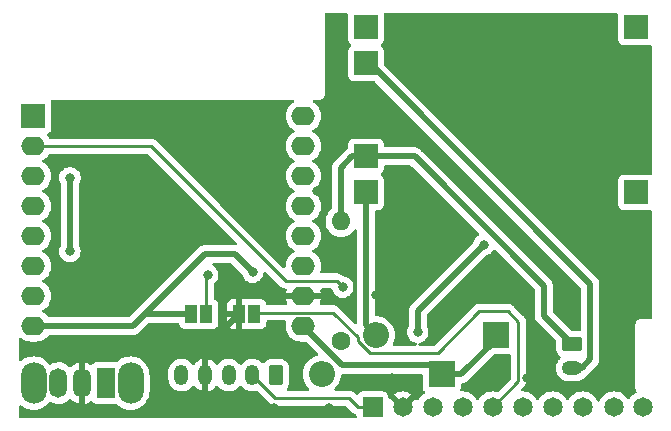
<source format=gbr>
%TF.GenerationSoftware,KiCad,Pcbnew,(6.0.2)*%
%TF.CreationDate,2022-04-13T16:43:27-04:00*%
%TF.ProjectId,breakout_slime,62726561-6b6f-4757-945f-736c696d652e,v0.1.3*%
%TF.SameCoordinates,Original*%
%TF.FileFunction,Copper,L2,Bot*%
%TF.FilePolarity,Positive*%
%FSLAX46Y46*%
G04 Gerber Fmt 4.6, Leading zero omitted, Abs format (unit mm)*
G04 Created by KiCad (PCBNEW (6.0.2)) date 2022-04-13 16:43:27*
%MOMM*%
%LPD*%
G01*
G04 APERTURE LIST*
G04 Aperture macros list*
%AMRoundRect*
0 Rectangle with rounded corners*
0 $1 Rounding radius*
0 $2 $3 $4 $5 $6 $7 $8 $9 X,Y pos of 4 corners*
0 Add a 4 corners polygon primitive as box body*
4,1,4,$2,$3,$4,$5,$6,$7,$8,$9,$2,$3,0*
0 Add four circle primitives for the rounded corners*
1,1,$1+$1,$2,$3*
1,1,$1+$1,$4,$5*
1,1,$1+$1,$6,$7*
1,1,$1+$1,$8,$9*
0 Add four rect primitives between the rounded corners*
20,1,$1+$1,$2,$3,$4,$5,0*
20,1,$1+$1,$4,$5,$6,$7,0*
20,1,$1+$1,$6,$7,$8,$9,0*
20,1,$1+$1,$8,$9,$2,$3,0*%
G04 Aperture macros list end*
%TA.AperFunction,ComponentPad*%
%ADD10C,1.600000*%
%TD*%
%TA.AperFunction,ComponentPad*%
%ADD11O,1.600000X1.600000*%
%TD*%
%TA.AperFunction,ComponentPad*%
%ADD12C,1.651000*%
%TD*%
%TA.AperFunction,ComponentPad*%
%ADD13R,1.651000X1.651000*%
%TD*%
%TA.AperFunction,ComponentPad*%
%ADD14R,2.000000X2.000000*%
%TD*%
%TA.AperFunction,ComponentPad*%
%ADD15O,2.000000X1.600000*%
%TD*%
%TA.AperFunction,ComponentPad*%
%ADD16R,2.200000X2.200000*%
%TD*%
%TA.AperFunction,ComponentPad*%
%ADD17O,2.200000X2.200000*%
%TD*%
%TA.AperFunction,SMDPad,CuDef*%
%ADD18R,1.000000X1.500000*%
%TD*%
%TA.AperFunction,ComponentPad*%
%ADD19RoundRect,0.250000X0.350000X0.625000X-0.350000X0.625000X-0.350000X-0.625000X0.350000X-0.625000X0*%
%TD*%
%TA.AperFunction,ComponentPad*%
%ADD20O,1.200000X1.750000*%
%TD*%
%TA.AperFunction,ComponentPad*%
%ADD21O,2.200000X3.500000*%
%TD*%
%TA.AperFunction,ComponentPad*%
%ADD22R,1.500000X2.500000*%
%TD*%
%TA.AperFunction,ComponentPad*%
%ADD23O,1.500000X2.500000*%
%TD*%
%TA.AperFunction,ComponentPad*%
%ADD24RoundRect,0.250000X-0.625000X0.350000X-0.625000X-0.350000X0.625000X-0.350000X0.625000X0.350000X0*%
%TD*%
%TA.AperFunction,ComponentPad*%
%ADD25O,1.750000X1.200000*%
%TD*%
%TA.AperFunction,ViaPad*%
%ADD26C,0.800000*%
%TD*%
%TA.AperFunction,Conductor*%
%ADD27C,0.500000*%
%TD*%
%TA.AperFunction,Conductor*%
%ADD28C,0.250000*%
%TD*%
G04 APERTURE END LIST*
D10*
%TO.P,R1,1*%
%TO.N,Net-(R1-Pad1)*%
X76673634Y-57293815D03*
D11*
%TO.P,R1,2*%
%TO.N,B+*%
X76673634Y-47133815D03*
%TD*%
D12*
%TO.P,U3,*%
%TO.N,*%
X102206037Y-62860969D03*
X99793037Y-62860969D03*
D13*
%TO.P,U3,1,VCC*%
%TO.N,+3V3*%
X79346037Y-62860969D03*
D12*
%TO.P,U3,2,GND*%
%TO.N,GND*%
X81886037Y-62860969D03*
%TO.P,U3,3,SCL*%
%TO.N,SCL*%
X84426037Y-62860969D03*
%TO.P,U3,4,SDA*%
%TO.N,SDA*%
X86966037Y-62860969D03*
%TO.P,U3,5,AD0_BNO/INT_ICM*%
%TO.N,Net-(JP1-Pad1)*%
X89506037Y-62860969D03*
%TO.P,U3,6,AD0_ICM*%
%TO.N,unconnected-(U3-Pad6)*%
X92046037Y-62860969D03*
%TO.P,U3,7,INT_BNO/AD0_MPU*%
%TO.N,INT1*%
X94586037Y-62860969D03*
%TO.P,U3,8,INT_MPU*%
%TO.N,unconnected-(U3-Pad8)*%
X97126037Y-62860969D03*
%TD*%
D14*
%TO.P,U2,1,~{RST}*%
%TO.N,unconnected-(U2-Pad1)*%
X50631522Y-38208509D03*
D15*
%TO.P,U2,2,A0*%
%TO.N,Net-(R1-Pad1)*%
X50631522Y-40748509D03*
%TO.P,U2,3,D0*%
%TO.N,unconnected-(U2-Pad3)*%
X50631522Y-43288509D03*
%TO.P,U2,4,SCK/D5*%
%TO.N,INT1*%
X50631522Y-45828509D03*
%TO.P,U2,5,MISO/D6*%
%TO.N,INT2*%
X50631522Y-48368509D03*
%TO.P,U2,6,MOSI/D7*%
%TO.N,unconnected-(U2-Pad6)*%
X50631522Y-50908509D03*
%TO.P,U2,7,CS/D8*%
%TO.N,unconnected-(U2-Pad7)*%
X50631522Y-53448509D03*
%TO.P,U2,8,3V3*%
%TO.N,+3V3*%
X50631522Y-55988509D03*
%TO.P,U2,9,5V*%
%TO.N,+5V*%
X73491522Y-55988509D03*
%TO.P,U2,10,GND*%
%TO.N,GND*%
X73491522Y-53448509D03*
%TO.P,U2,11,D4*%
%TO.N,unconnected-(U2-Pad11)*%
X73491522Y-50908509D03*
%TO.P,U2,12,D3*%
%TO.N,unconnected-(U2-Pad12)*%
X73491522Y-48368509D03*
%TO.P,U2,13,SDA/D2*%
%TO.N,SDA*%
X73491522Y-45828509D03*
%TO.P,U2,14,SCL/D1*%
%TO.N,SCL*%
X73491522Y-43288509D03*
%TO.P,U2,15,RX*%
%TO.N,unconnected-(U2-Pad15)*%
X73491522Y-40748509D03*
%TO.P,U2,16,TX*%
%TO.N,unconnected-(U2-Pad16)*%
X73491522Y-38208509D03*
%TD*%
D14*
%TO.P,U1,1,In+*%
%TO.N,Net-(D1-Pad2)*%
X101641015Y-44670579D03*
%TO.P,U1,2,In-*%
%TO.N,unconnected-(U1-Pad2)*%
X101641015Y-30700579D03*
%TO.P,U1,3,Out-*%
%TO.N,Net-(SW1-Pad3)*%
X78781015Y-30700579D03*
%TO.P,U1,4,B-*%
%TO.N,Net-(J1-Pad2)*%
X78781015Y-33748579D03*
%TO.P,U1,5,B+*%
%TO.N,B+*%
X78781015Y-41622579D03*
%TO.P,U1,6,Out+*%
%TO.N,Net-(D2-Pad2)*%
X78781015Y-44670579D03*
%TD*%
D16*
%TO.P,D2,1,K*%
%TO.N,+5V*%
X89770520Y-56750520D03*
D17*
%TO.P,D2,2,A*%
%TO.N,Net-(D2-Pad2)*%
X79610520Y-56750520D03*
%TD*%
D18*
%TO.P,JP2,1,A*%
%TO.N,INT1*%
X65274520Y-54972520D03*
%TO.P,JP2,2,B*%
%TO.N,+3V3*%
X63974520Y-54972520D03*
%TD*%
%TO.P,JP1,1,A*%
%TO.N,Net-(JP1-Pad1)*%
X69338520Y-54972520D03*
%TO.P,JP1,2,B*%
%TO.N,GND*%
X68038520Y-54972520D03*
%TD*%
D19*
%TO.P,J2,1,Pin_1*%
%TO.N,SDA*%
X71164520Y-60142520D03*
D20*
%TO.P,J2,2,Pin_2*%
%TO.N,+3V3*%
X69164520Y-60142520D03*
%TO.P,J2,3,Pin_3*%
%TO.N,INT2*%
X67164520Y-60142520D03*
%TO.P,J2,4,Pin_4*%
%TO.N,GND*%
X65164520Y-60142520D03*
%TO.P,J2,5,Pin_5*%
%TO.N,SCL*%
X63164520Y-60142520D03*
%TD*%
D16*
%TO.P,D1,1,K*%
%TO.N,+5V*%
X85198520Y-60052520D03*
D17*
%TO.P,D1,2,A*%
%TO.N,Net-(D1-Pad2)*%
X75038520Y-60052520D03*
%TD*%
D21*
%TO.P,SW1,*%
%TO.N,*%
X58850509Y-60814509D03*
X50650509Y-60814509D03*
D22*
%TO.P,SW1,1,A*%
%TO.N,unconnected-(SW1-Pad1)*%
X56750509Y-60814509D03*
D23*
%TO.P,SW1,2,B*%
%TO.N,GND*%
X54750509Y-60814509D03*
%TO.P,SW1,3,C*%
%TO.N,Net-(SW1-Pad3)*%
X52750509Y-60814509D03*
%TD*%
D24*
%TO.P,J1,1,Pin_1*%
%TO.N,B+*%
X96266000Y-57547000D03*
D25*
%TO.P,J1,2,Pin_2*%
%TO.N,Net-(J1-Pad2)*%
X96266000Y-59547000D03*
%TD*%
D26*
%TO.N,Net-(D1-Pad2)*%
X88754520Y-49130520D03*
X83166520Y-56496520D03*
%TO.N,+3V3*%
X69196520Y-51416520D03*
%TO.N,GND*%
X92457105Y-60374427D03*
X76200000Y-50800000D03*
X99060000Y-38100000D03*
X89408000Y-59817000D03*
X51943000Y-52197000D03*
X93980000Y-43180000D03*
X51803147Y-57892192D03*
X93980000Y-33020000D03*
X88900000Y-33020000D03*
X86360000Y-43180000D03*
X101600000Y-53340000D03*
X68580000Y-40640000D03*
X71374000Y-39370000D03*
X66040000Y-48260000D03*
X63500000Y-45720000D03*
X70960621Y-62885079D03*
X61879222Y-62372795D03*
X81280000Y-43180000D03*
X81280000Y-38100000D03*
X96520000Y-48260000D03*
X93980000Y-38100000D03*
X70241042Y-57226835D03*
X99060000Y-58420000D03*
X79654400Y-53340000D03*
X72898000Y-58293000D03*
X55372000Y-47117000D03*
X75946000Y-31877000D03*
X88900000Y-38100000D03*
X88900000Y-53340000D03*
X101600000Y-48260000D03*
X75946000Y-38354000D03*
X55880000Y-43180000D03*
X81026000Y-60346945D03*
X53848000Y-38100000D03*
X99060000Y-33020000D03*
X86360000Y-48260000D03*
X63500000Y-40640000D03*
X99060000Y-43180000D03*
X58191400Y-57277000D03*
X61932100Y-56681339D03*
X83820000Y-33020000D03*
X75641034Y-62954936D03*
X95614624Y-52385288D03*
X70054757Y-48254103D03*
X81280000Y-48260000D03*
X55880000Y-53340000D03*
X58420000Y-43180000D03*
X60960000Y-50800000D03*
X83820000Y-45720000D03*
X74676000Y-44577000D03*
X83820000Y-50800000D03*
X68580000Y-45720000D03*
%TO.N,INT1*%
X65386520Y-51670520D03*
%TO.N,Net-(R1-Pad1)*%
X76816520Y-52686520D03*
%TO.N,Net-(SW1-Pad3)*%
X53721000Y-43434000D03*
X53721000Y-49657000D03*
%TD*%
D27*
%TO.N,+5V*%
X73491520Y-55988520D02*
X76793520Y-59290520D01*
X86849520Y-60052520D02*
X85198520Y-60052520D01*
X86868000Y-60071000D02*
X86849520Y-60052520D01*
X76793520Y-59290520D02*
X84436520Y-59290520D01*
X89770520Y-57168480D02*
X86868000Y-60071000D01*
%TO.N,B+*%
X76673634Y-47133815D02*
X76673634Y-42579366D01*
X78781015Y-41622579D02*
X82897579Y-41622579D01*
X76673634Y-42579366D02*
X77630421Y-41622579D01*
X77630421Y-41622579D02*
X78781015Y-41622579D01*
X93853000Y-55134000D02*
X96266000Y-57547000D01*
X93853000Y-52578000D02*
X93853000Y-55134000D01*
X82897579Y-41622579D02*
X93853000Y-52578000D01*
%TO.N,Net-(D1-Pad2)*%
X88754520Y-49130520D02*
X83166520Y-54718520D01*
X83166520Y-54718520D02*
X83166520Y-56496520D01*
%TO.N,Net-(D2-Pad2)*%
X78781015Y-55921015D02*
X79610520Y-56750520D01*
X78781015Y-44670579D02*
X78781015Y-55921015D01*
%TO.N,+3V3*%
X60052520Y-54972520D02*
X65132520Y-49892520D01*
X65132520Y-49892520D02*
X67672520Y-49892520D01*
D28*
X71106520Y-62084520D02*
X77324520Y-62084520D01*
X78100980Y-62860980D02*
X79346048Y-62860980D01*
D27*
X59036520Y-55988520D02*
X60052520Y-54972520D01*
X67672520Y-49892520D02*
X69196520Y-51416520D01*
D28*
X69164520Y-60142520D02*
X71106520Y-62084520D01*
D27*
X50631520Y-55988520D02*
X59036520Y-55988520D01*
X60052520Y-54972520D02*
X63974520Y-54972520D01*
D28*
X77324520Y-62084520D02*
X78100980Y-62860980D01*
D27*
%TO.N,GND*%
X65164520Y-57846520D02*
X68038520Y-54972520D01*
X65164520Y-60142520D02*
X65164520Y-57846520D01*
X71462029Y-39458029D02*
X71374000Y-39370000D01*
D28*
%TO.N,Net-(JP1-Pad1)*%
X88392000Y-54737000D02*
X90805000Y-54737000D01*
X90805000Y-54737000D02*
X91694000Y-55626000D01*
X79119956Y-58274520D02*
X84854480Y-58274520D01*
X91694000Y-55626000D02*
X91694000Y-60673028D01*
X69447040Y-54864000D02*
X76012300Y-54864000D01*
X78086520Y-56938220D02*
X78086520Y-57241084D01*
X91694000Y-60673028D02*
X89506048Y-62860980D01*
X76012300Y-54864000D02*
X78086520Y-56938220D01*
X78086520Y-57241084D02*
X79119956Y-58274520D01*
X84854480Y-58274520D02*
X88392000Y-54737000D01*
%TO.N,INT1*%
X65274520Y-51782520D02*
X65386520Y-51670520D01*
X65274520Y-54972520D02*
X65274520Y-51782520D01*
%TO.N,Net-(R1-Pad1)*%
X71983600Y-52171600D02*
X60560520Y-40748520D01*
X76301600Y-52171600D02*
X71983600Y-52171600D01*
X60560520Y-40748520D02*
X50631520Y-40748520D01*
X76816520Y-52686520D02*
X76301600Y-52171600D01*
D27*
%TO.N,Net-(SW1-Pad3)*%
X53721000Y-43434000D02*
X53721000Y-49657000D01*
%TO.N,Net-(J1-Pad2)*%
X97790000Y-52451000D02*
X79087579Y-33748579D01*
X96266000Y-59547000D02*
X97044000Y-59547000D01*
X97044000Y-59547000D02*
X97790000Y-58801000D01*
X97790000Y-58801000D02*
X97790000Y-52451000D01*
%TD*%
%TA.AperFunction,Conductor*%
%TO.N,GND*%
G36*
X77220678Y-29484002D02*
G01*
X77267171Y-29537658D01*
X77277820Y-29603607D01*
X77272515Y-29652445D01*
X77272515Y-31748713D01*
X77279270Y-31810895D01*
X77330400Y-31947284D01*
X77417754Y-32063840D01*
X77424934Y-32069221D01*
X77497696Y-32123753D01*
X77540211Y-32180612D01*
X77545237Y-32251430D01*
X77511177Y-32313724D01*
X77497698Y-32325403D01*
X77417754Y-32385318D01*
X77330400Y-32501874D01*
X77279270Y-32638263D01*
X77272515Y-32700445D01*
X77272515Y-34796713D01*
X77279270Y-34858895D01*
X77330400Y-34995284D01*
X77417754Y-35111840D01*
X77534310Y-35199194D01*
X77670699Y-35250324D01*
X77732881Y-35257079D01*
X79471208Y-35257079D01*
X79539329Y-35277081D01*
X79560303Y-35293984D01*
X96994595Y-52728276D01*
X97028621Y-52790588D01*
X97031500Y-52817371D01*
X97031500Y-56312500D01*
X97011498Y-56380621D01*
X96957842Y-56427114D01*
X96905500Y-56438500D01*
X96282371Y-56438500D01*
X96214250Y-56418498D01*
X96193276Y-56401595D01*
X94648405Y-54856724D01*
X94614379Y-54794412D01*
X94611500Y-54767629D01*
X94611500Y-52645070D01*
X94612933Y-52626120D01*
X94615099Y-52611885D01*
X94615099Y-52611881D01*
X94616199Y-52604651D01*
X94611915Y-52551982D01*
X94611500Y-52541767D01*
X94611500Y-52533707D01*
X94608209Y-52505480D01*
X94607778Y-52501121D01*
X94606899Y-52490314D01*
X94601860Y-52428364D01*
X94599605Y-52421403D01*
X94598418Y-52415463D01*
X94597029Y-52409588D01*
X94596182Y-52402319D01*
X94571264Y-52333670D01*
X94569847Y-52329542D01*
X94549607Y-52267064D01*
X94549606Y-52267062D01*
X94547351Y-52260101D01*
X94543555Y-52253846D01*
X94541049Y-52248372D01*
X94538330Y-52242942D01*
X94535833Y-52236063D01*
X94521515Y-52214225D01*
X94495814Y-52175024D01*
X94493467Y-52171305D01*
X94455595Y-52108893D01*
X94450340Y-52102942D01*
X94448197Y-52100516D01*
X94448224Y-52100492D01*
X94445571Y-52097500D01*
X94442868Y-52094267D01*
X94438856Y-52088148D01*
X94382617Y-52034872D01*
X94380175Y-52032494D01*
X83481349Y-41133668D01*
X83468963Y-41119256D01*
X83460430Y-41107661D01*
X83460425Y-41107656D01*
X83456087Y-41101761D01*
X83450509Y-41097022D01*
X83450506Y-41097019D01*
X83415811Y-41067544D01*
X83408295Y-41060614D01*
X83402600Y-41054919D01*
X83386315Y-41042035D01*
X83380328Y-41037298D01*
X83376924Y-41034507D01*
X83326876Y-40991988D01*
X83326874Y-40991987D01*
X83321294Y-40987246D01*
X83314778Y-40983918D01*
X83309729Y-40980551D01*
X83304600Y-40977384D01*
X83298863Y-40972845D01*
X83232704Y-40941924D01*
X83228804Y-40940018D01*
X83163771Y-40906810D01*
X83156663Y-40905071D01*
X83151020Y-40902972D01*
X83145257Y-40901055D01*
X83138629Y-40897957D01*
X83067162Y-40883092D01*
X83062878Y-40882122D01*
X83060667Y-40881581D01*
X82991969Y-40864771D01*
X82986367Y-40864423D01*
X82986364Y-40864423D01*
X82980815Y-40864079D01*
X82980817Y-40864043D01*
X82976824Y-40863804D01*
X82972632Y-40863430D01*
X82965464Y-40861939D01*
X82899254Y-40863730D01*
X82888058Y-40864033D01*
X82884651Y-40864079D01*
X80415515Y-40864079D01*
X80347394Y-40844077D01*
X80300901Y-40790421D01*
X80289515Y-40738079D01*
X80289515Y-40574445D01*
X80282760Y-40512263D01*
X80231630Y-40375874D01*
X80144276Y-40259318D01*
X80027720Y-40171964D01*
X79891331Y-40120834D01*
X79835455Y-40114764D01*
X79832546Y-40114448D01*
X79829149Y-40114079D01*
X77732881Y-40114079D01*
X77729484Y-40114448D01*
X77726575Y-40114764D01*
X77670699Y-40120834D01*
X77534310Y-40171964D01*
X77417754Y-40259318D01*
X77330400Y-40375874D01*
X77279270Y-40512263D01*
X77272515Y-40574445D01*
X77272515Y-40881581D01*
X77252513Y-40949702D01*
X77211880Y-40989300D01*
X77166115Y-41017070D01*
X77166110Y-41017074D01*
X77161314Y-41019984D01*
X77152937Y-41027382D01*
X77152913Y-41027355D01*
X77149921Y-41030008D01*
X77146688Y-41032711D01*
X77140569Y-41036723D01*
X77111372Y-41067544D01*
X77087293Y-41092962D01*
X77084915Y-41095404D01*
X76184723Y-41995596D01*
X76170311Y-42007982D01*
X76158716Y-42016515D01*
X76158711Y-42016520D01*
X76152816Y-42020858D01*
X76148077Y-42026436D01*
X76148074Y-42026439D01*
X76118599Y-42061134D01*
X76111669Y-42068650D01*
X76105974Y-42074345D01*
X76103694Y-42077227D01*
X76088353Y-42096617D01*
X76085562Y-42100021D01*
X76057796Y-42132704D01*
X76038301Y-42155651D01*
X76034973Y-42162167D01*
X76031606Y-42167216D01*
X76028439Y-42172345D01*
X76023900Y-42178082D01*
X75992979Y-42244241D01*
X75991076Y-42248135D01*
X75957865Y-42313174D01*
X75956126Y-42320282D01*
X75954027Y-42325925D01*
X75952110Y-42331688D01*
X75949012Y-42338316D01*
X75947522Y-42345478D01*
X75947522Y-42345479D01*
X75934148Y-42409778D01*
X75933178Y-42414062D01*
X75915826Y-42484976D01*
X75915134Y-42496130D01*
X75915098Y-42496128D01*
X75914859Y-42500121D01*
X75914485Y-42504313D01*
X75912994Y-42511481D01*
X75913192Y-42518798D01*
X75915088Y-42588887D01*
X75915134Y-42592294D01*
X75915134Y-46001948D01*
X75895132Y-46070069D01*
X75861406Y-46105160D01*
X75829334Y-46127617D01*
X75667436Y-46289515D01*
X75536111Y-46477066D01*
X75533788Y-46482048D01*
X75533785Y-46482053D01*
X75444835Y-46672809D01*
X75439350Y-46684572D01*
X75437928Y-46689880D01*
X75437927Y-46689882D01*
X75400165Y-46830810D01*
X75380091Y-46905728D01*
X75360136Y-47133815D01*
X75380091Y-47361902D01*
X75439350Y-47583058D01*
X75441673Y-47588039D01*
X75441673Y-47588040D01*
X75533785Y-47785577D01*
X75533788Y-47785582D01*
X75536111Y-47790564D01*
X75667436Y-47978115D01*
X75829334Y-48140013D01*
X75833842Y-48143170D01*
X75833845Y-48143172D01*
X75837744Y-48145902D01*
X76016885Y-48271338D01*
X76021867Y-48273661D01*
X76021872Y-48273664D01*
X76213529Y-48363034D01*
X76224391Y-48368099D01*
X76229699Y-48369521D01*
X76229701Y-48369522D01*
X76440232Y-48425934D01*
X76440234Y-48425934D01*
X76445547Y-48427358D01*
X76673634Y-48447313D01*
X76901721Y-48427358D01*
X76907034Y-48425934D01*
X76907036Y-48425934D01*
X77117567Y-48369522D01*
X77117569Y-48369521D01*
X77122877Y-48368099D01*
X77133739Y-48363034D01*
X77325396Y-48273664D01*
X77325401Y-48273661D01*
X77330383Y-48271338D01*
X77509524Y-48145902D01*
X77513423Y-48143172D01*
X77513426Y-48143170D01*
X77517934Y-48140013D01*
X77679832Y-47978115D01*
X77764177Y-47857659D01*
X77793302Y-47816064D01*
X77848759Y-47771736D01*
X77919379Y-47764427D01*
X77982739Y-47796458D01*
X78018724Y-47857659D01*
X78022515Y-47888335D01*
X78022515Y-55674121D01*
X78002513Y-55742242D01*
X77948857Y-55788735D01*
X77878583Y-55798839D01*
X77814003Y-55769345D01*
X77807420Y-55763216D01*
X77264522Y-55220317D01*
X76515952Y-54471747D01*
X76508412Y-54463461D01*
X76504300Y-54456982D01*
X76497728Y-54450810D01*
X76454649Y-54410357D01*
X76451807Y-54407602D01*
X76432070Y-54387865D01*
X76428873Y-54385385D01*
X76419851Y-54377680D01*
X76387621Y-54347414D01*
X76380675Y-54343595D01*
X76380672Y-54343593D01*
X76369866Y-54337652D01*
X76353347Y-54326801D01*
X76350454Y-54324557D01*
X76337341Y-54314386D01*
X76330072Y-54311241D01*
X76330068Y-54311238D01*
X76296763Y-54296826D01*
X76286113Y-54291609D01*
X76247360Y-54270305D01*
X76227737Y-54265267D01*
X76209034Y-54258863D01*
X76197720Y-54253967D01*
X76197719Y-54253967D01*
X76190445Y-54250819D01*
X76182622Y-54249580D01*
X76182612Y-54249577D01*
X76146776Y-54243901D01*
X76135156Y-54241495D01*
X76100011Y-54232472D01*
X76100010Y-54232472D01*
X76092330Y-54230500D01*
X76072076Y-54230500D01*
X76052365Y-54228949D01*
X76040186Y-54227020D01*
X76032357Y-54225780D01*
X76024465Y-54226526D01*
X75988339Y-54229941D01*
X75976481Y-54230500D01*
X74967872Y-54230500D01*
X74899751Y-54210498D01*
X74853258Y-54156842D01*
X74843154Y-54086568D01*
X74853677Y-54051250D01*
X74923012Y-53902562D01*
X74926758Y-53892270D01*
X74972916Y-53720006D01*
X74972580Y-53705910D01*
X74964638Y-53702509D01*
X72023555Y-53702509D01*
X72010024Y-53706482D01*
X72008795Y-53715031D01*
X72056286Y-53892270D01*
X72060032Y-53902562D01*
X72129367Y-54051250D01*
X72140028Y-54121441D01*
X72111048Y-54186254D01*
X72051629Y-54225111D01*
X72015172Y-54230500D01*
X70466169Y-54230500D01*
X70398048Y-54210498D01*
X70351555Y-54156842D01*
X70343518Y-54127606D01*
X70342945Y-54127742D01*
X70341118Y-54120060D01*
X70340265Y-54112204D01*
X70289135Y-53975815D01*
X70201781Y-53859259D01*
X70085225Y-53771905D01*
X69948836Y-53720775D01*
X69886654Y-53714020D01*
X68790386Y-53714020D01*
X68728204Y-53720775D01*
X68720804Y-53723549D01*
X68716578Y-53724554D01*
X68658281Y-53724554D01*
X68640874Y-53720415D01*
X68590006Y-53714889D01*
X68583192Y-53714520D01*
X68310635Y-53714520D01*
X68295396Y-53718995D01*
X68294191Y-53720385D01*
X68292520Y-53728068D01*
X68292520Y-56212404D01*
X68296995Y-56227643D01*
X68298385Y-56228848D01*
X68306068Y-56230519D01*
X68583189Y-56230519D01*
X68590010Y-56230149D01*
X68640869Y-56224625D01*
X68658284Y-56220485D01*
X68716578Y-56220486D01*
X68720804Y-56221491D01*
X68728204Y-56224265D01*
X68790386Y-56231020D01*
X69886654Y-56231020D01*
X69948836Y-56224265D01*
X70085225Y-56173135D01*
X70201781Y-56085781D01*
X70289135Y-55969225D01*
X70340265Y-55832836D01*
X70347020Y-55770654D01*
X70347020Y-55623500D01*
X70367022Y-55555379D01*
X70420678Y-55508886D01*
X70473020Y-55497500D01*
X71904222Y-55497500D01*
X71972343Y-55517502D01*
X72018836Y-55571158D01*
X72028940Y-55641432D01*
X72025929Y-55656111D01*
X72005857Y-55731020D01*
X71997979Y-55760422D01*
X71978024Y-55988509D01*
X71997979Y-56216596D01*
X71999403Y-56221909D01*
X71999403Y-56221911D01*
X72054388Y-56427114D01*
X72057238Y-56437752D01*
X72059561Y-56442733D01*
X72059561Y-56442734D01*
X72151673Y-56640271D01*
X72151676Y-56640276D01*
X72153999Y-56645258D01*
X72285324Y-56832809D01*
X72447222Y-56994707D01*
X72451730Y-56997864D01*
X72451733Y-56997866D01*
X72509582Y-57038372D01*
X72634773Y-57126032D01*
X72639755Y-57128355D01*
X72639760Y-57128358D01*
X72791846Y-57199276D01*
X72842279Y-57222793D01*
X72847587Y-57224215D01*
X72847589Y-57224216D01*
X73058120Y-57280628D01*
X73058122Y-57280628D01*
X73063435Y-57282052D01*
X73163002Y-57290763D01*
X73231671Y-57296771D01*
X73231678Y-57296771D01*
X73234395Y-57297009D01*
X73675138Y-57297009D01*
X73743259Y-57317011D01*
X73764233Y-57333914D01*
X74710176Y-58279857D01*
X74744202Y-58342169D01*
X74739137Y-58412984D01*
X74696590Y-58469820D01*
X74650496Y-58491470D01*
X74539929Y-58518015D01*
X74535358Y-58519908D01*
X74535356Y-58519909D01*
X74310592Y-58613009D01*
X74310588Y-58613011D01*
X74306018Y-58614904D01*
X74090144Y-58747192D01*
X73897622Y-58911622D01*
X73733192Y-59104144D01*
X73600904Y-59320018D01*
X73599011Y-59324588D01*
X73599009Y-59324592D01*
X73505909Y-59549356D01*
X73504015Y-59553929D01*
X73502860Y-59558741D01*
X73453109Y-59765971D01*
X73444911Y-59800117D01*
X73425046Y-60052520D01*
X73444911Y-60304923D01*
X73446065Y-60309730D01*
X73446066Y-60309736D01*
X73470287Y-60410623D01*
X73504015Y-60551111D01*
X73505908Y-60555682D01*
X73505909Y-60555684D01*
X73598025Y-60778071D01*
X73600904Y-60785022D01*
X73733192Y-61000896D01*
X73897622Y-61193418D01*
X73901378Y-61196626D01*
X73901383Y-61196631D01*
X73939527Y-61229209D01*
X73978337Y-61288659D01*
X73978844Y-61359654D01*
X73940887Y-61419653D01*
X73876519Y-61449606D01*
X73857697Y-61451020D01*
X72206805Y-61451020D01*
X72138684Y-61431018D01*
X72092191Y-61377362D01*
X72082087Y-61307088D01*
X72107924Y-61246926D01*
X72108649Y-61246008D01*
X72113825Y-61240823D01*
X72191161Y-61115361D01*
X72202795Y-61096488D01*
X72202796Y-61096486D01*
X72206635Y-61090258D01*
X72262317Y-60922381D01*
X72263782Y-60908088D01*
X72271633Y-60831454D01*
X72273020Y-60817920D01*
X72273020Y-59467120D01*
X72271657Y-59453986D01*
X72262758Y-59368212D01*
X72262757Y-59368208D01*
X72262046Y-59361354D01*
X72258269Y-59350031D01*
X72208388Y-59200522D01*
X72206070Y-59193574D01*
X72112998Y-59043172D01*
X71987823Y-58918215D01*
X71971923Y-58908414D01*
X71843488Y-58829245D01*
X71843486Y-58829244D01*
X71837258Y-58825405D01*
X71734974Y-58791479D01*
X71675909Y-58771888D01*
X71675907Y-58771888D01*
X71669381Y-58769723D01*
X71662545Y-58769023D01*
X71662542Y-58769022D01*
X71619489Y-58764611D01*
X71564920Y-58759020D01*
X70764120Y-58759020D01*
X70760874Y-58759357D01*
X70760870Y-58759357D01*
X70665212Y-58769282D01*
X70665208Y-58769283D01*
X70658354Y-58769994D01*
X70651818Y-58772175D01*
X70651816Y-58772175D01*
X70587637Y-58793587D01*
X70490574Y-58825970D01*
X70340172Y-58919042D01*
X70215215Y-59044217D01*
X70211375Y-59050447D01*
X70211374Y-59050448D01*
X70202072Y-59065538D01*
X70189531Y-59085885D01*
X70183446Y-59095756D01*
X70130674Y-59143249D01*
X70060602Y-59154673D01*
X69995478Y-59126399D01*
X69977102Y-59107475D01*
X69970916Y-59099600D01*
X69966385Y-59095668D01*
X69966382Y-59095665D01*
X69815687Y-58964899D01*
X69811157Y-58960968D01*
X69805971Y-58957968D01*
X69805967Y-58957965D01*
X69633262Y-58858053D01*
X69628066Y-58855047D01*
X69428249Y-58785659D01*
X69422314Y-58784798D01*
X69422312Y-58784798D01*
X69224856Y-58756168D01*
X69224853Y-58756168D01*
X69218916Y-58755307D01*
X69007621Y-58765087D01*
X68898111Y-58791479D01*
X68807819Y-58813239D01*
X68807817Y-58813240D01*
X68801986Y-58814645D01*
X68796528Y-58817127D01*
X68796524Y-58817128D01*
X68698785Y-58861568D01*
X68609433Y-58902194D01*
X68436909Y-59024574D01*
X68290639Y-59177370D01*
X68287388Y-59182405D01*
X68287386Y-59182408D01*
X68269774Y-59209683D01*
X68216019Y-59256060D01*
X68145723Y-59266013D01*
X68081206Y-59236381D01*
X68064837Y-59219167D01*
X68057713Y-59210097D01*
X67970916Y-59099600D01*
X67966385Y-59095668D01*
X67966382Y-59095665D01*
X67815687Y-58964899D01*
X67811157Y-58960968D01*
X67805971Y-58957968D01*
X67805967Y-58957965D01*
X67633262Y-58858053D01*
X67628066Y-58855047D01*
X67428249Y-58785659D01*
X67422314Y-58784798D01*
X67422312Y-58784798D01*
X67224856Y-58756168D01*
X67224853Y-58756168D01*
X67218916Y-58755307D01*
X67007621Y-58765087D01*
X66898111Y-58791479D01*
X66807819Y-58813239D01*
X66807817Y-58813240D01*
X66801986Y-58814645D01*
X66796528Y-58817127D01*
X66796524Y-58817128D01*
X66698785Y-58861568D01*
X66609433Y-58902194D01*
X66436909Y-59024574D01*
X66290639Y-59177370D01*
X66287390Y-59182401D01*
X66287385Y-59182408D01*
X66269487Y-59210127D01*
X66215731Y-59256504D01*
X66145435Y-59266457D01*
X66080918Y-59236824D01*
X66064550Y-59219611D01*
X65974258Y-59104663D01*
X65966021Y-59096014D01*
X65815397Y-58965308D01*
X65805673Y-58958373D01*
X65633053Y-58858510D01*
X65622189Y-58853536D01*
X65433793Y-58788113D01*
X65432804Y-58787872D01*
X65422512Y-58789340D01*
X65418520Y-58802905D01*
X65418520Y-61477922D01*
X65422493Y-61491453D01*
X65431919Y-61492808D01*
X65521057Y-61471326D01*
X65532352Y-61467437D01*
X65713902Y-61384891D01*
X65724244Y-61378944D01*
X65886917Y-61263552D01*
X65895945Y-61255759D01*
X66033862Y-61111689D01*
X66041261Y-61102320D01*
X66058938Y-61074943D01*
X66112692Y-61028565D01*
X66182988Y-61018611D01*
X66247505Y-61048242D01*
X66263876Y-61065457D01*
X66358124Y-61185440D01*
X66362655Y-61189372D01*
X66362658Y-61189375D01*
X66471303Y-61283652D01*
X66517883Y-61324072D01*
X66523069Y-61327072D01*
X66523073Y-61327075D01*
X66653855Y-61402734D01*
X66700974Y-61429993D01*
X66900791Y-61499381D01*
X66906726Y-61500242D01*
X66906728Y-61500242D01*
X67104184Y-61528872D01*
X67104187Y-61528872D01*
X67110124Y-61529733D01*
X67321419Y-61519953D01*
X67473419Y-61483321D01*
X67521221Y-61471801D01*
X67521223Y-61471800D01*
X67527054Y-61470395D01*
X67532512Y-61467913D01*
X67532516Y-61467912D01*
X67691303Y-61395715D01*
X67719607Y-61382846D01*
X67892131Y-61260466D01*
X67999953Y-61147833D01*
X68034256Y-61112000D01*
X68038401Y-61107670D01*
X68049644Y-61090258D01*
X68059266Y-61075357D01*
X68113021Y-61028980D01*
X68183317Y-61019027D01*
X68247834Y-61048659D01*
X68264201Y-61065871D01*
X68358124Y-61185440D01*
X68362655Y-61189372D01*
X68362658Y-61189375D01*
X68471303Y-61283652D01*
X68517883Y-61324072D01*
X68523069Y-61327072D01*
X68523073Y-61327075D01*
X68653855Y-61402734D01*
X68700974Y-61429993D01*
X68900791Y-61499381D01*
X68906726Y-61500242D01*
X68906728Y-61500242D01*
X69104184Y-61528872D01*
X69104187Y-61528872D01*
X69110124Y-61529733D01*
X69321419Y-61519953D01*
X69473419Y-61483321D01*
X69514337Y-61473460D01*
X69585248Y-61476945D01*
X69632953Y-61506858D01*
X70602868Y-62476773D01*
X70610408Y-62485059D01*
X70614520Y-62491538D01*
X70620297Y-62496963D01*
X70664171Y-62538163D01*
X70667013Y-62540918D01*
X70686750Y-62560655D01*
X70689947Y-62563135D01*
X70698967Y-62570838D01*
X70731199Y-62601106D01*
X70738145Y-62604925D01*
X70738148Y-62604927D01*
X70748954Y-62610868D01*
X70765473Y-62621719D01*
X70781479Y-62634134D01*
X70788748Y-62637279D01*
X70788752Y-62637282D01*
X70822057Y-62651694D01*
X70832707Y-62656911D01*
X70871460Y-62678215D01*
X70879135Y-62680186D01*
X70879136Y-62680186D01*
X70891082Y-62683253D01*
X70909787Y-62689657D01*
X70928375Y-62697701D01*
X70936198Y-62698940D01*
X70936208Y-62698943D01*
X70972044Y-62704619D01*
X70983664Y-62707025D01*
X71018809Y-62716048D01*
X71026490Y-62718020D01*
X71046744Y-62718020D01*
X71066454Y-62719571D01*
X71086463Y-62722740D01*
X71094355Y-62721994D01*
X71130481Y-62718579D01*
X71142339Y-62718020D01*
X77009926Y-62718020D01*
X77078047Y-62738022D01*
X77099021Y-62754925D01*
X77597323Y-63253227D01*
X77604867Y-63261517D01*
X77608980Y-63267998D01*
X77614757Y-63273423D01*
X77658647Y-63314638D01*
X77661489Y-63317393D01*
X77681210Y-63337114D01*
X77684405Y-63339592D01*
X77693427Y-63347298D01*
X77725659Y-63377566D01*
X77732608Y-63381386D01*
X77743412Y-63387326D01*
X77759936Y-63398179D01*
X77775939Y-63410593D01*
X77816523Y-63428156D01*
X77827153Y-63433363D01*
X77865920Y-63454675D01*
X77873597Y-63456646D01*
X77873602Y-63456648D01*
X77885538Y-63459712D01*
X77904246Y-63466117D01*
X77910892Y-63468992D01*
X77915567Y-63471016D01*
X77915569Y-63471016D01*
X77922835Y-63474161D01*
X77923796Y-63474313D01*
X77981027Y-63510864D01*
X78010703Y-63575360D01*
X78012037Y-63593646D01*
X78012037Y-63628000D01*
X77992035Y-63696121D01*
X77938379Y-63742614D01*
X77886037Y-63754000D01*
X49529000Y-63754000D01*
X49460879Y-63733998D01*
X49414386Y-63680342D01*
X49403000Y-63628000D01*
X49403000Y-62787668D01*
X49423002Y-62719547D01*
X49476658Y-62673054D01*
X49546932Y-62662950D01*
X49610830Y-62691857D01*
X49641463Y-62718020D01*
X49698374Y-62766627D01*
X49698378Y-62766630D01*
X49702133Y-62769837D01*
X49918007Y-62902125D01*
X49922577Y-62904018D01*
X49922581Y-62904020D01*
X50147345Y-62997120D01*
X50151918Y-62999014D01*
X50236541Y-63019330D01*
X50393293Y-63056963D01*
X50393299Y-63056964D01*
X50398106Y-63058118D01*
X50650509Y-63077983D01*
X50902912Y-63058118D01*
X50907719Y-63056964D01*
X50907725Y-63056963D01*
X51064477Y-63019330D01*
X51149100Y-62999014D01*
X51153673Y-62997120D01*
X51378437Y-62904020D01*
X51378441Y-62904018D01*
X51383011Y-62902125D01*
X51598885Y-62769837D01*
X51791407Y-62605407D01*
X51945892Y-62424529D01*
X52005343Y-62385720D01*
X52076337Y-62385214D01*
X52111975Y-62401776D01*
X52141771Y-62421799D01*
X52347476Y-62512097D01*
X52352927Y-62513406D01*
X52352931Y-62513407D01*
X52559830Y-62563079D01*
X52565920Y-62564541D01*
X52649984Y-62569388D01*
X52784592Y-62577149D01*
X52784595Y-62577149D01*
X52790199Y-62577472D01*
X53013224Y-62550484D01*
X53227944Y-62484427D01*
X53232924Y-62481857D01*
X53232928Y-62481855D01*
X53422590Y-62383963D01*
X53422591Y-62383963D01*
X53427573Y-62381391D01*
X53432574Y-62377554D01*
X53493636Y-62330699D01*
X53605801Y-62244632D01*
X53609567Y-62240493D01*
X53609577Y-62240484D01*
X53657327Y-62188007D01*
X53717967Y-62151085D01*
X53788943Y-62152808D01*
X53838205Y-62182323D01*
X53951591Y-62292202D01*
X53960288Y-62299244D01*
X54137353Y-62418228D01*
X54147151Y-62423614D01*
X54342499Y-62509366D01*
X54353091Y-62512931D01*
X54478893Y-62543133D01*
X54492979Y-62542428D01*
X54496509Y-62533549D01*
X54496509Y-62532920D01*
X55004509Y-62532920D01*
X55008614Y-62546902D01*
X55018237Y-62548395D01*
X55018482Y-62548343D01*
X55222392Y-62485611D01*
X55232738Y-62481390D01*
X55422323Y-62383538D01*
X55431752Y-62377554D01*
X55437224Y-62373355D01*
X55503445Y-62347756D01*
X55572994Y-62362022D01*
X55614751Y-62397752D01*
X55637248Y-62427770D01*
X55753804Y-62515124D01*
X55890193Y-62566254D01*
X55952375Y-62573009D01*
X57548643Y-62573009D01*
X57552038Y-62572640D01*
X57552042Y-62572640D01*
X57605095Y-62566877D01*
X57674978Y-62579406D01*
X57707269Y-62602664D01*
X57709611Y-62605407D01*
X57902133Y-62769837D01*
X58118007Y-62902125D01*
X58122577Y-62904018D01*
X58122581Y-62904020D01*
X58347345Y-62997120D01*
X58351918Y-62999014D01*
X58436541Y-63019330D01*
X58593293Y-63056963D01*
X58593299Y-63056964D01*
X58598106Y-63058118D01*
X58850509Y-63077983D01*
X59102912Y-63058118D01*
X59107719Y-63056964D01*
X59107725Y-63056963D01*
X59264477Y-63019330D01*
X59349100Y-62999014D01*
X59353673Y-62997120D01*
X59578437Y-62904020D01*
X59578441Y-62904018D01*
X59583011Y-62902125D01*
X59798885Y-62769837D01*
X59991407Y-62605407D01*
X60155837Y-62412885D01*
X60288125Y-62197011D01*
X60290441Y-62191421D01*
X60383120Y-61967673D01*
X60383121Y-61967671D01*
X60385014Y-61963100D01*
X60405897Y-61876115D01*
X60442963Y-61721725D01*
X60442964Y-61721719D01*
X60444118Y-61716912D01*
X60454355Y-61586840D01*
X60458816Y-61530164D01*
X60458816Y-61530157D01*
X60459009Y-61527708D01*
X60459009Y-60470366D01*
X62056020Y-60470366D01*
X62071068Y-60628086D01*
X62130612Y-60831054D01*
X62133356Y-60836381D01*
X62133356Y-60836382D01*
X62181011Y-60928909D01*
X62227462Y-61019100D01*
X62358124Y-61185440D01*
X62362655Y-61189372D01*
X62362658Y-61189375D01*
X62471303Y-61283652D01*
X62517883Y-61324072D01*
X62523069Y-61327072D01*
X62523073Y-61327075D01*
X62653855Y-61402734D01*
X62700974Y-61429993D01*
X62900791Y-61499381D01*
X62906726Y-61500242D01*
X62906728Y-61500242D01*
X63104184Y-61528872D01*
X63104187Y-61528872D01*
X63110124Y-61529733D01*
X63321419Y-61519953D01*
X63473419Y-61483321D01*
X63521221Y-61471801D01*
X63521223Y-61471800D01*
X63527054Y-61470395D01*
X63532512Y-61467913D01*
X63532516Y-61467912D01*
X63691303Y-61395715D01*
X63719607Y-61382846D01*
X63892131Y-61260466D01*
X63999953Y-61147833D01*
X64034256Y-61112000D01*
X64038401Y-61107670D01*
X64041650Y-61102639D01*
X64041655Y-61102632D01*
X64059553Y-61074913D01*
X64113309Y-61028536D01*
X64183605Y-61018583D01*
X64248122Y-61048216D01*
X64264490Y-61065429D01*
X64354782Y-61180377D01*
X64363019Y-61189026D01*
X64513643Y-61319732D01*
X64523367Y-61326667D01*
X64695987Y-61426530D01*
X64706851Y-61431504D01*
X64895247Y-61496927D01*
X64896236Y-61497168D01*
X64906528Y-61495700D01*
X64910520Y-61482135D01*
X64910520Y-58807118D01*
X64906547Y-58793587D01*
X64897121Y-58792232D01*
X64807983Y-58813714D01*
X64796688Y-58817603D01*
X64615138Y-58900149D01*
X64604796Y-58906096D01*
X64442123Y-59021488D01*
X64433095Y-59029281D01*
X64295178Y-59173351D01*
X64287779Y-59182720D01*
X64270102Y-59210097D01*
X64216348Y-59256475D01*
X64146052Y-59266429D01*
X64081535Y-59236798D01*
X64065164Y-59219583D01*
X64057387Y-59209683D01*
X63970916Y-59099600D01*
X63966385Y-59095668D01*
X63966382Y-59095665D01*
X63815687Y-58964899D01*
X63811157Y-58960968D01*
X63805971Y-58957968D01*
X63805967Y-58957965D01*
X63633262Y-58858053D01*
X63628066Y-58855047D01*
X63428249Y-58785659D01*
X63422314Y-58784798D01*
X63422312Y-58784798D01*
X63224856Y-58756168D01*
X63224853Y-58756168D01*
X63218916Y-58755307D01*
X63007621Y-58765087D01*
X62898111Y-58791479D01*
X62807819Y-58813239D01*
X62807817Y-58813240D01*
X62801986Y-58814645D01*
X62796528Y-58817127D01*
X62796524Y-58817128D01*
X62698785Y-58861568D01*
X62609433Y-58902194D01*
X62436909Y-59024574D01*
X62290639Y-59177370D01*
X62175900Y-59355068D01*
X62166648Y-59378026D01*
X62110892Y-59516375D01*
X62096834Y-59551257D01*
X62056292Y-59758857D01*
X62056020Y-59764419D01*
X62056020Y-60470366D01*
X60459009Y-60470366D01*
X60459009Y-60101310D01*
X60456874Y-60074175D01*
X60444506Y-59917040D01*
X60444118Y-59912106D01*
X60442101Y-59903701D01*
X60386169Y-59670730D01*
X60385014Y-59665918D01*
X60337520Y-59551257D01*
X60290020Y-59436581D01*
X60290018Y-59436577D01*
X60288125Y-59432007D01*
X60155837Y-59216133D01*
X59991407Y-59023611D01*
X59798885Y-58859181D01*
X59583011Y-58726893D01*
X59578441Y-58725000D01*
X59578437Y-58724998D01*
X59353673Y-58631898D01*
X59353671Y-58631897D01*
X59349100Y-58630004D01*
X59209291Y-58596439D01*
X59107725Y-58572055D01*
X59107719Y-58572054D01*
X59102912Y-58570900D01*
X58850509Y-58551035D01*
X58598106Y-58570900D01*
X58593299Y-58572054D01*
X58593293Y-58572055D01*
X58491727Y-58596439D01*
X58351918Y-58630004D01*
X58347347Y-58631897D01*
X58347345Y-58631898D01*
X58122581Y-58724998D01*
X58122577Y-58725000D01*
X58118007Y-58726893D01*
X57902133Y-58859181D01*
X57709611Y-59023611D01*
X57707416Y-59026181D01*
X57645485Y-59059999D01*
X57605095Y-59062141D01*
X57552042Y-59056378D01*
X57552038Y-59056378D01*
X57548643Y-59056009D01*
X55952375Y-59056009D01*
X55890193Y-59062764D01*
X55753804Y-59113894D01*
X55637248Y-59201248D01*
X55612628Y-59234098D01*
X55555771Y-59276611D01*
X55484953Y-59281637D01*
X55441528Y-59263113D01*
X55363657Y-59210786D01*
X55353867Y-59205404D01*
X55158519Y-59119652D01*
X55147927Y-59116087D01*
X55022125Y-59085885D01*
X55008039Y-59086590D01*
X55004509Y-59095469D01*
X55004509Y-62532920D01*
X54496509Y-62532920D01*
X54496509Y-59096098D01*
X54492404Y-59082116D01*
X54482781Y-59080623D01*
X54482536Y-59080675D01*
X54278626Y-59143407D01*
X54268280Y-59147628D01*
X54078695Y-59245480D01*
X54069264Y-59251466D01*
X53900008Y-59381341D01*
X53891779Y-59388907D01*
X53844389Y-59440988D01*
X53783748Y-59477911D01*
X53712773Y-59476188D01*
X53663510Y-59446673D01*
X53549738Y-59336420D01*
X53549735Y-59336418D01*
X53545710Y-59332517D01*
X53359247Y-59207219D01*
X53153542Y-59116921D01*
X53148091Y-59115612D01*
X53148087Y-59115611D01*
X52940555Y-59065787D01*
X52940554Y-59065787D01*
X52935098Y-59064477D01*
X52845289Y-59059299D01*
X52716426Y-59051869D01*
X52716423Y-59051869D01*
X52710819Y-59051546D01*
X52487794Y-59078534D01*
X52273074Y-59144591D01*
X52268094Y-59147161D01*
X52268090Y-59147163D01*
X52140243Y-59213150D01*
X52107022Y-59230297D01*
X52099231Y-59234318D01*
X52029524Y-59247787D01*
X51963600Y-59221432D01*
X51945630Y-59204182D01*
X51794620Y-59027372D01*
X51794615Y-59027367D01*
X51791407Y-59023611D01*
X51598885Y-58859181D01*
X51383011Y-58726893D01*
X51378441Y-58725000D01*
X51378437Y-58724998D01*
X51153673Y-58631898D01*
X51153671Y-58631897D01*
X51149100Y-58630004D01*
X51009291Y-58596439D01*
X50907725Y-58572055D01*
X50907719Y-58572054D01*
X50902912Y-58570900D01*
X50650509Y-58551035D01*
X50398106Y-58570900D01*
X50393299Y-58572054D01*
X50393293Y-58572055D01*
X50291727Y-58596439D01*
X50151918Y-58630004D01*
X50147347Y-58631897D01*
X50147345Y-58631898D01*
X49922581Y-58724998D01*
X49922577Y-58725000D01*
X49918007Y-58726893D01*
X49702133Y-58859181D01*
X49698378Y-58862388D01*
X49698374Y-58862391D01*
X49698373Y-58862392D01*
X49633014Y-58918215D01*
X49610831Y-58937161D01*
X49546041Y-58966192D01*
X49475841Y-58955587D01*
X49422519Y-58908713D01*
X49403000Y-58841350D01*
X49403000Y-57107757D01*
X49423002Y-57039636D01*
X49476658Y-56993143D01*
X49546932Y-56983039D01*
X49601270Y-57004544D01*
X49774773Y-57126032D01*
X49779755Y-57128355D01*
X49779760Y-57128358D01*
X49931846Y-57199276D01*
X49982279Y-57222793D01*
X49987587Y-57224215D01*
X49987589Y-57224216D01*
X50198120Y-57280628D01*
X50198122Y-57280628D01*
X50203435Y-57282052D01*
X50303002Y-57290763D01*
X50371671Y-57296771D01*
X50371678Y-57296771D01*
X50374395Y-57297009D01*
X50888649Y-57297009D01*
X50891366Y-57296771D01*
X50891373Y-57296771D01*
X50960042Y-57290763D01*
X51059609Y-57282052D01*
X51064922Y-57280628D01*
X51064924Y-57280628D01*
X51275455Y-57224216D01*
X51275457Y-57224215D01*
X51280765Y-57222793D01*
X51331198Y-57199276D01*
X51483284Y-57128358D01*
X51483289Y-57128355D01*
X51488271Y-57126032D01*
X51613462Y-57038372D01*
X51671311Y-56997866D01*
X51671314Y-56997864D01*
X51675822Y-56994707D01*
X51837720Y-56832809D01*
X51860169Y-56800749D01*
X51915627Y-56756420D01*
X51963382Y-56747020D01*
X58969450Y-56747020D01*
X58988400Y-56748453D01*
X59002635Y-56750619D01*
X59002639Y-56750619D01*
X59009869Y-56751719D01*
X59017161Y-56751126D01*
X59017164Y-56751126D01*
X59062538Y-56747435D01*
X59072753Y-56747020D01*
X59080813Y-56747020D01*
X59094103Y-56745471D01*
X59109027Y-56743731D01*
X59113402Y-56743298D01*
X59178859Y-56737974D01*
X59178862Y-56737973D01*
X59186157Y-56737380D01*
X59193121Y-56735124D01*
X59199080Y-56733933D01*
X59204935Y-56732549D01*
X59212201Y-56731702D01*
X59280847Y-56706785D01*
X59284975Y-56705368D01*
X59347456Y-56685127D01*
X59347458Y-56685126D01*
X59354419Y-56682871D01*
X59360674Y-56679075D01*
X59366148Y-56676569D01*
X59371578Y-56673850D01*
X59378457Y-56671353D01*
X59384578Y-56667340D01*
X59439496Y-56631334D01*
X59443200Y-56628997D01*
X59505627Y-56591115D01*
X59514004Y-56583717D01*
X59514028Y-56583744D01*
X59517020Y-56581091D01*
X59520253Y-56578388D01*
X59526372Y-56574376D01*
X59579648Y-56518137D01*
X59582026Y-56515695D01*
X60329796Y-55767925D01*
X60392108Y-55733899D01*
X60418891Y-55731020D01*
X62850027Y-55731020D01*
X62918148Y-55751022D01*
X62964641Y-55804678D01*
X62972063Y-55826283D01*
X62972775Y-55832836D01*
X62975547Y-55840231D01*
X62975548Y-55840234D01*
X63015092Y-55945716D01*
X63023905Y-55969225D01*
X63111259Y-56085781D01*
X63227815Y-56173135D01*
X63364204Y-56224265D01*
X63426386Y-56231020D01*
X64522654Y-56231020D01*
X64584836Y-56224265D01*
X64592235Y-56221491D01*
X64595374Y-56220745D01*
X64653666Y-56220745D01*
X64656805Y-56221491D01*
X64664204Y-56224265D01*
X64726386Y-56231020D01*
X65822654Y-56231020D01*
X65884836Y-56224265D01*
X66021225Y-56173135D01*
X66137781Y-56085781D01*
X66225135Y-55969225D01*
X66276265Y-55832836D01*
X66283020Y-55770654D01*
X66283020Y-55767189D01*
X67030521Y-55767189D01*
X67030891Y-55774010D01*
X67036415Y-55824872D01*
X67040041Y-55840124D01*
X67085196Y-55960574D01*
X67093734Y-55976169D01*
X67170235Y-56078244D01*
X67182796Y-56090805D01*
X67284871Y-56167306D01*
X67300466Y-56175844D01*
X67420914Y-56220998D01*
X67436169Y-56224625D01*
X67487034Y-56230151D01*
X67493848Y-56230520D01*
X67766405Y-56230520D01*
X67781644Y-56226045D01*
X67782849Y-56224655D01*
X67784520Y-56216972D01*
X67784520Y-55244635D01*
X67780045Y-55229396D01*
X67778655Y-55228191D01*
X67770972Y-55226520D01*
X67048636Y-55226520D01*
X67033397Y-55230995D01*
X67032192Y-55232385D01*
X67030521Y-55240068D01*
X67030521Y-55767189D01*
X66283020Y-55767189D01*
X66283020Y-54700405D01*
X67030520Y-54700405D01*
X67034995Y-54715644D01*
X67036385Y-54716849D01*
X67044068Y-54718520D01*
X67766405Y-54718520D01*
X67781644Y-54714045D01*
X67782849Y-54712655D01*
X67784520Y-54704972D01*
X67784520Y-53732636D01*
X67780045Y-53717397D01*
X67778655Y-53716192D01*
X67770972Y-53714521D01*
X67493851Y-53714521D01*
X67487030Y-53714891D01*
X67436168Y-53720415D01*
X67420916Y-53724041D01*
X67300466Y-53769196D01*
X67284871Y-53777734D01*
X67182796Y-53854235D01*
X67170235Y-53866796D01*
X67093734Y-53968871D01*
X67085196Y-53984466D01*
X67040042Y-54104914D01*
X67036415Y-54120169D01*
X67030889Y-54171034D01*
X67030520Y-54177848D01*
X67030520Y-54700405D01*
X66283020Y-54700405D01*
X66283020Y-54174386D01*
X66276265Y-54112204D01*
X66225135Y-53975815D01*
X66137781Y-53859259D01*
X66021225Y-53771905D01*
X66012816Y-53768752D01*
X66012813Y-53768751D01*
X65989789Y-53760119D01*
X65933025Y-53717477D01*
X65908326Y-53650915D01*
X65908020Y-53642138D01*
X65908020Y-52478796D01*
X65928022Y-52410675D01*
X65959958Y-52376861D01*
X65992427Y-52353271D01*
X65992432Y-52353267D01*
X65997773Y-52349386D01*
X66029506Y-52314143D01*
X66121141Y-52212372D01*
X66121142Y-52212371D01*
X66125560Y-52207464D01*
X66194447Y-52088148D01*
X66217743Y-52047799D01*
X66217744Y-52047798D01*
X66221047Y-52042076D01*
X66280062Y-51860448D01*
X66284697Y-51816354D01*
X66299334Y-51677085D01*
X66300024Y-51670520D01*
X66292600Y-51599885D01*
X66280752Y-51487155D01*
X66280752Y-51487153D01*
X66280062Y-51480592D01*
X66221047Y-51298964D01*
X66125560Y-51133576D01*
X66092369Y-51096713D01*
X66002195Y-50996565D01*
X66002194Y-50996564D01*
X65997773Y-50991654D01*
X65843272Y-50879402D01*
X65844940Y-50877107D01*
X65804552Y-50834725D01*
X65791135Y-50765008D01*
X65817540Y-50699104D01*
X65875383Y-50657938D01*
X65916561Y-50651020D01*
X67306149Y-50651020D01*
X67374270Y-50671022D01*
X67395244Y-50687925D01*
X68276395Y-51569076D01*
X68307133Y-51619234D01*
X68361993Y-51788076D01*
X68457480Y-51953464D01*
X68461898Y-51958371D01*
X68461899Y-51958372D01*
X68542629Y-52048032D01*
X68585267Y-52095386D01*
X68637177Y-52133101D01*
X68701051Y-52179508D01*
X68739768Y-52207638D01*
X68745796Y-52210322D01*
X68745798Y-52210323D01*
X68908201Y-52282629D01*
X68914232Y-52285314D01*
X69007632Y-52305167D01*
X69094576Y-52323648D01*
X69094581Y-52323648D01*
X69101033Y-52325020D01*
X69292007Y-52325020D01*
X69298459Y-52323648D01*
X69298464Y-52323648D01*
X69385408Y-52305167D01*
X69478808Y-52285314D01*
X69484839Y-52282629D01*
X69647242Y-52210323D01*
X69647244Y-52210322D01*
X69653272Y-52207638D01*
X69691990Y-52179508D01*
X69755863Y-52133101D01*
X69807773Y-52095386D01*
X69850411Y-52048032D01*
X69931141Y-51958372D01*
X69931142Y-51958371D01*
X69935560Y-51953464D01*
X70031047Y-51788076D01*
X70090062Y-51606448D01*
X70090752Y-51599885D01*
X70103582Y-51477815D01*
X70130595Y-51412158D01*
X70188817Y-51371529D01*
X70259762Y-51368826D01*
X70317987Y-51401891D01*
X71479943Y-52563847D01*
X71487487Y-52572137D01*
X71491600Y-52578618D01*
X71497377Y-52584043D01*
X71541267Y-52625258D01*
X71544109Y-52628013D01*
X71563831Y-52647735D01*
X71566955Y-52650158D01*
X71566959Y-52650162D01*
X71567024Y-52650212D01*
X71576045Y-52657917D01*
X71608279Y-52688186D01*
X71615227Y-52692005D01*
X71615229Y-52692007D01*
X71626032Y-52697946D01*
X71642559Y-52708802D01*
X71652298Y-52716357D01*
X71652300Y-52716358D01*
X71658560Y-52721214D01*
X71699140Y-52738774D01*
X71709788Y-52743991D01*
X71748540Y-52765295D01*
X71756216Y-52767266D01*
X71756219Y-52767267D01*
X71768162Y-52770333D01*
X71786867Y-52776737D01*
X71805455Y-52784781D01*
X71813278Y-52786020D01*
X71813288Y-52786023D01*
X71849124Y-52791699D01*
X71860744Y-52794105D01*
X71895889Y-52803128D01*
X71903570Y-52805100D01*
X71923824Y-52805100D01*
X71943535Y-52806651D01*
X71963543Y-52809820D01*
X71963219Y-52811863D01*
X72020407Y-52830621D01*
X72065194Y-52885708D01*
X72073090Y-52956264D01*
X72063192Y-52987678D01*
X72060034Y-52994450D01*
X72056286Y-53004748D01*
X72010128Y-53177012D01*
X72010464Y-53191108D01*
X72018406Y-53194509D01*
X74959489Y-53194509D01*
X74973020Y-53190536D01*
X74974249Y-53181987D01*
X74926758Y-53004748D01*
X74923012Y-52994456D01*
X74918300Y-52984352D01*
X74907638Y-52914161D01*
X74936616Y-52849347D01*
X74996035Y-52810490D01*
X75032494Y-52805100D01*
X75808251Y-52805100D01*
X75876372Y-52825102D01*
X75922865Y-52878758D01*
X75928084Y-52892163D01*
X75981993Y-53058076D01*
X76077480Y-53223464D01*
X76205267Y-53365386D01*
X76304363Y-53437384D01*
X76319676Y-53448509D01*
X76359768Y-53477638D01*
X76365796Y-53480322D01*
X76365798Y-53480323D01*
X76528201Y-53552629D01*
X76534232Y-53555314D01*
X76627632Y-53575167D01*
X76714576Y-53593648D01*
X76714581Y-53593648D01*
X76721033Y-53595020D01*
X76912007Y-53595020D01*
X76918459Y-53593648D01*
X76918464Y-53593648D01*
X77005407Y-53575167D01*
X77098808Y-53555314D01*
X77104839Y-53552629D01*
X77267242Y-53480323D01*
X77267244Y-53480322D01*
X77273272Y-53477638D01*
X77313365Y-53448509D01*
X77328677Y-53437384D01*
X77427773Y-53365386D01*
X77555560Y-53223464D01*
X77651047Y-53058076D01*
X77710062Y-52876448D01*
X77712911Y-52849347D01*
X77729334Y-52693085D01*
X77730024Y-52686520D01*
X77725948Y-52647735D01*
X77710752Y-52503155D01*
X77710752Y-52503153D01*
X77710062Y-52496592D01*
X77651047Y-52314964D01*
X77647408Y-52308660D01*
X77572841Y-52179508D01*
X77555560Y-52149576D01*
X77546996Y-52140064D01*
X77432195Y-52012565D01*
X77432194Y-52012564D01*
X77427773Y-52007654D01*
X77294479Y-51910810D01*
X77278614Y-51899283D01*
X77278613Y-51899282D01*
X77273272Y-51895402D01*
X77267244Y-51892718D01*
X77267242Y-51892717D01*
X77104839Y-51820411D01*
X77104838Y-51820411D01*
X77098808Y-51817726D01*
X76986241Y-51793799D01*
X76918464Y-51779392D01*
X76918459Y-51779392D01*
X76912007Y-51778020D01*
X76857797Y-51778020D01*
X76789676Y-51758018D01*
X76771545Y-51743871D01*
X76743950Y-51717958D01*
X76741107Y-51715202D01*
X76721370Y-51695465D01*
X76718173Y-51692985D01*
X76709151Y-51685280D01*
X76682700Y-51660441D01*
X76676921Y-51655014D01*
X76669975Y-51651195D01*
X76669972Y-51651193D01*
X76659166Y-51645252D01*
X76642647Y-51634401D01*
X76642183Y-51634041D01*
X76626641Y-51621986D01*
X76619372Y-51618841D01*
X76619368Y-51618838D01*
X76586063Y-51604426D01*
X76575413Y-51599209D01*
X76536660Y-51577905D01*
X76517037Y-51572867D01*
X76498334Y-51566463D01*
X76487020Y-51561567D01*
X76487019Y-51561567D01*
X76479745Y-51558419D01*
X76471922Y-51557180D01*
X76471912Y-51557177D01*
X76436076Y-51551501D01*
X76424456Y-51549095D01*
X76389311Y-51540072D01*
X76389310Y-51540072D01*
X76381630Y-51538100D01*
X76361376Y-51538100D01*
X76341665Y-51536549D01*
X76329486Y-51534620D01*
X76321657Y-51533380D01*
X76313765Y-51534126D01*
X76277639Y-51537541D01*
X76265781Y-51538100D01*
X75039489Y-51538100D01*
X74971368Y-51518098D01*
X74924875Y-51464442D01*
X74914771Y-51394168D01*
X74922498Y-51368234D01*
X74921600Y-51367907D01*
X74923483Y-51362734D01*
X74925806Y-51357752D01*
X74960951Y-51226592D01*
X74983641Y-51141911D01*
X74983641Y-51141909D01*
X74985065Y-51136596D01*
X75005020Y-50908509D01*
X74985065Y-50680422D01*
X74982546Y-50671022D01*
X74927229Y-50464576D01*
X74927228Y-50464574D01*
X74925806Y-50459266D01*
X74865974Y-50330955D01*
X74831371Y-50256747D01*
X74831368Y-50256742D01*
X74829045Y-50251760D01*
X74697720Y-50064209D01*
X74535822Y-49902311D01*
X74531314Y-49899154D01*
X74531311Y-49899152D01*
X74408657Y-49813269D01*
X74348271Y-49770986D01*
X74343289Y-49768663D01*
X74343284Y-49768660D01*
X74309065Y-49752704D01*
X74255780Y-49705787D01*
X74236319Y-49637510D01*
X74256861Y-49569550D01*
X74309065Y-49524314D01*
X74343284Y-49508358D01*
X74343289Y-49508355D01*
X74348271Y-49506032D01*
X74478255Y-49415016D01*
X74531311Y-49377866D01*
X74531314Y-49377864D01*
X74535822Y-49374707D01*
X74697720Y-49212809D01*
X74703559Y-49204471D01*
X74762705Y-49120001D01*
X74829045Y-49025258D01*
X74831368Y-49020276D01*
X74831371Y-49020271D01*
X74923483Y-48822734D01*
X74923483Y-48822733D01*
X74925806Y-48817752D01*
X74985065Y-48596596D01*
X75005020Y-48368509D01*
X74985065Y-48140422D01*
X74983641Y-48135107D01*
X74927229Y-47924576D01*
X74927228Y-47924574D01*
X74925806Y-47919266D01*
X74911383Y-47888335D01*
X74831371Y-47716747D01*
X74831368Y-47716742D01*
X74829045Y-47711760D01*
X74697720Y-47524209D01*
X74535822Y-47362311D01*
X74531314Y-47359154D01*
X74531311Y-47359152D01*
X74374370Y-47249261D01*
X74348271Y-47230986D01*
X74343289Y-47228663D01*
X74343284Y-47228660D01*
X74309065Y-47212704D01*
X74255780Y-47165787D01*
X74236319Y-47097510D01*
X74256861Y-47029550D01*
X74309065Y-46984314D01*
X74343284Y-46968358D01*
X74343289Y-46968355D01*
X74348271Y-46966032D01*
X74471657Y-46879636D01*
X74531311Y-46837866D01*
X74531314Y-46837864D01*
X74535822Y-46834707D01*
X74697720Y-46672809D01*
X74829045Y-46485258D01*
X74831368Y-46480276D01*
X74831371Y-46480271D01*
X74923483Y-46282734D01*
X74923483Y-46282733D01*
X74925806Y-46277752D01*
X74952345Y-46178710D01*
X74983641Y-46061911D01*
X74983641Y-46061909D01*
X74985065Y-46056596D01*
X75005020Y-45828509D01*
X74985065Y-45600422D01*
X74925806Y-45379266D01*
X74923483Y-45374284D01*
X74831371Y-45176747D01*
X74831368Y-45176742D01*
X74829045Y-45171760D01*
X74697720Y-44984209D01*
X74535822Y-44822311D01*
X74531314Y-44819154D01*
X74531311Y-44819152D01*
X74374370Y-44709261D01*
X74348271Y-44690986D01*
X74343289Y-44688663D01*
X74343284Y-44688660D01*
X74309065Y-44672704D01*
X74255780Y-44625787D01*
X74236319Y-44557510D01*
X74256861Y-44489550D01*
X74309065Y-44444314D01*
X74343284Y-44428358D01*
X74343289Y-44428355D01*
X74348271Y-44426032D01*
X74471657Y-44339636D01*
X74531311Y-44297866D01*
X74531314Y-44297864D01*
X74535822Y-44294707D01*
X74697720Y-44132809D01*
X74829045Y-43945258D01*
X74831368Y-43940276D01*
X74831371Y-43940271D01*
X74923483Y-43742734D01*
X74923483Y-43742733D01*
X74925806Y-43737752D01*
X74971260Y-43568119D01*
X74983641Y-43521911D01*
X74983641Y-43521909D01*
X74985065Y-43516596D01*
X75005020Y-43288509D01*
X74985065Y-43060422D01*
X74983641Y-43055107D01*
X74927229Y-42844576D01*
X74927228Y-42844574D01*
X74925806Y-42839266D01*
X74886575Y-42755134D01*
X74831371Y-42636747D01*
X74831368Y-42636742D01*
X74829045Y-42631760D01*
X74749948Y-42518798D01*
X74700879Y-42448720D01*
X74700877Y-42448717D01*
X74697720Y-42444209D01*
X74535822Y-42282311D01*
X74531314Y-42279154D01*
X74531311Y-42279152D01*
X74371965Y-42167577D01*
X74348271Y-42150986D01*
X74343289Y-42148663D01*
X74343284Y-42148660D01*
X74309065Y-42132704D01*
X74255780Y-42085787D01*
X74236319Y-42017510D01*
X74256861Y-41949550D01*
X74309065Y-41904314D01*
X74343284Y-41888358D01*
X74343289Y-41888355D01*
X74348271Y-41886032D01*
X74471657Y-41799636D01*
X74531311Y-41757866D01*
X74531314Y-41757864D01*
X74535822Y-41754707D01*
X74697720Y-41592809D01*
X74829045Y-41405258D01*
X74831368Y-41400276D01*
X74831371Y-41400271D01*
X74923483Y-41202734D01*
X74923483Y-41202733D01*
X74925806Y-41197752D01*
X74942978Y-41133668D01*
X74983641Y-40981911D01*
X74983641Y-40981909D01*
X74985065Y-40976596D01*
X75005020Y-40748509D01*
X74985065Y-40520422D01*
X74944408Y-40368688D01*
X74927229Y-40304576D01*
X74927228Y-40304574D01*
X74925806Y-40299266D01*
X74910526Y-40266498D01*
X74831371Y-40096747D01*
X74831368Y-40096742D01*
X74829045Y-40091760D01*
X74697720Y-39904209D01*
X74535822Y-39742311D01*
X74531314Y-39739154D01*
X74531311Y-39739152D01*
X74430122Y-39668299D01*
X74348271Y-39610986D01*
X74343289Y-39608663D01*
X74343284Y-39608660D01*
X74309065Y-39592704D01*
X74255780Y-39545787D01*
X74236319Y-39477510D01*
X74256861Y-39409550D01*
X74309065Y-39364314D01*
X74343284Y-39348358D01*
X74343289Y-39348355D01*
X74348271Y-39346032D01*
X74471080Y-39260040D01*
X74531311Y-39217866D01*
X74531314Y-39217864D01*
X74535822Y-39214707D01*
X74697720Y-39052809D01*
X74829045Y-38865258D01*
X74831368Y-38860276D01*
X74831371Y-38860271D01*
X74923483Y-38662734D01*
X74923483Y-38662733D01*
X74925806Y-38657752D01*
X74985065Y-38436596D01*
X75005020Y-38208509D01*
X74985065Y-37980422D01*
X74925806Y-37759266D01*
X74923483Y-37754284D01*
X74831371Y-37556747D01*
X74831368Y-37556742D01*
X74829045Y-37551760D01*
X74697720Y-37364209D01*
X74535822Y-37202311D01*
X74531314Y-37199154D01*
X74531311Y-37199152D01*
X74398346Y-37106049D01*
X74348271Y-37070986D01*
X74343283Y-37068660D01*
X74338520Y-37065910D01*
X74339594Y-37064050D01*
X74293285Y-37023270D01*
X74273829Y-36954992D01*
X74294376Y-36887033D01*
X74348402Y-36840971D01*
X74399825Y-36830000D01*
X74794298Y-36830000D01*
X74795069Y-36830002D01*
X74872652Y-36830476D01*
X74881281Y-36828010D01*
X74881286Y-36828009D01*
X74901048Y-36822361D01*
X74917809Y-36818783D01*
X74938152Y-36815870D01*
X74938162Y-36815867D01*
X74947045Y-36814595D01*
X74970395Y-36803979D01*
X74987907Y-36797536D01*
X75003937Y-36792954D01*
X75012565Y-36790488D01*
X75037548Y-36774726D01*
X75052614Y-36766596D01*
X75079510Y-36754367D01*
X75098939Y-36737626D01*
X75113947Y-36726521D01*
X75128039Y-36717630D01*
X75135631Y-36712840D01*
X75155182Y-36690703D01*
X75167374Y-36678659D01*
X75182949Y-36665239D01*
X75182950Y-36665237D01*
X75189747Y-36659381D01*
X75194626Y-36651853D01*
X75194629Y-36651850D01*
X75203696Y-36637861D01*
X75214986Y-36622987D01*
X75226012Y-36610502D01*
X75231956Y-36603772D01*
X75244510Y-36577034D01*
X75252824Y-36562065D01*
X75268893Y-36537273D01*
X75276239Y-36512709D01*
X75282901Y-36495264D01*
X75289983Y-36480179D01*
X75293799Y-36472052D01*
X75298343Y-36442870D01*
X75302126Y-36426151D01*
X75308014Y-36406464D01*
X75308015Y-36406461D01*
X75310587Y-36397859D01*
X75310797Y-36363444D01*
X75310830Y-36362672D01*
X75311000Y-36361577D01*
X75311000Y-36330702D01*
X75311002Y-36329932D01*
X75311452Y-36256284D01*
X75311452Y-36256283D01*
X75311476Y-36252348D01*
X75311092Y-36251004D01*
X75311000Y-36249659D01*
X75311000Y-29590000D01*
X75331002Y-29521879D01*
X75384658Y-29475386D01*
X75437000Y-29464000D01*
X77152557Y-29464000D01*
X77220678Y-29484002D01*
G37*
%TD.AperFunction*%
%TA.AperFunction,Conductor*%
G36*
X83532141Y-60069022D02*
G01*
X83578634Y-60122678D01*
X83590020Y-60175020D01*
X83590020Y-61200654D01*
X83596775Y-61262836D01*
X83647905Y-61399225D01*
X83735259Y-61515781D01*
X83742439Y-61521162D01*
X83747983Y-61526706D01*
X83782009Y-61589018D01*
X83776944Y-61659833D01*
X83731159Y-61719014D01*
X83569794Y-61832003D01*
X83569791Y-61832005D01*
X83565283Y-61835162D01*
X83400230Y-62000215D01*
X83266346Y-62191421D01*
X83264574Y-62195222D01*
X83213484Y-62243936D01*
X83143770Y-62257372D01*
X83077859Y-62230986D01*
X83046629Y-62194946D01*
X83042132Y-62187158D01*
X83001838Y-62129611D01*
X82991360Y-62121236D01*
X82977912Y-62128304D01*
X81975132Y-63131084D01*
X81912820Y-63165110D01*
X81842005Y-63160045D01*
X81796942Y-63131084D01*
X80793440Y-62127582D01*
X80748214Y-62102886D01*
X80745630Y-62102323D01*
X80695438Y-62052111D01*
X80680644Y-61994126D01*
X80680221Y-61994149D01*
X80680105Y-61992015D01*
X80680037Y-61991747D01*
X80680037Y-61987335D01*
X80673282Y-61925153D01*
X80622152Y-61788764D01*
X80597331Y-61755646D01*
X81146304Y-61755646D01*
X81153372Y-61769094D01*
X81873225Y-62488947D01*
X81887169Y-62496561D01*
X81889002Y-62496430D01*
X81895617Y-62492179D01*
X82619424Y-61768372D01*
X82625854Y-61756598D01*
X82616557Y-61744582D01*
X82559839Y-61704868D01*
X82550353Y-61699390D01*
X82348845Y-61605425D01*
X82338553Y-61601679D01*
X82123796Y-61544135D01*
X82113001Y-61542232D01*
X81891512Y-61522854D01*
X81880562Y-61522854D01*
X81659073Y-61542232D01*
X81648278Y-61544135D01*
X81433521Y-61601679D01*
X81423229Y-61605425D01*
X81221721Y-61699390D01*
X81212235Y-61704868D01*
X81154679Y-61745168D01*
X81146304Y-61755646D01*
X80597331Y-61755646D01*
X80534798Y-61672208D01*
X80418242Y-61584854D01*
X80281853Y-61533724D01*
X80219671Y-61526969D01*
X78472403Y-61526969D01*
X78410221Y-61533724D01*
X78273832Y-61584854D01*
X78157276Y-61672208D01*
X78094938Y-61755386D01*
X78094854Y-61755498D01*
X78037995Y-61798013D01*
X77967177Y-61803039D01*
X77904933Y-61769028D01*
X77828172Y-61692267D01*
X77820632Y-61683981D01*
X77816520Y-61677502D01*
X77766868Y-61630876D01*
X77764027Y-61628122D01*
X77744290Y-61608385D01*
X77741093Y-61605905D01*
X77732071Y-61598200D01*
X77731178Y-61597361D01*
X77699841Y-61567934D01*
X77692895Y-61564115D01*
X77692892Y-61564113D01*
X77682086Y-61558172D01*
X77665567Y-61547321D01*
X77661459Y-61544135D01*
X77649561Y-61534906D01*
X77642292Y-61531761D01*
X77642288Y-61531758D01*
X77608983Y-61517346D01*
X77598333Y-61512129D01*
X77559580Y-61490825D01*
X77539957Y-61485787D01*
X77521254Y-61479383D01*
X77509940Y-61474487D01*
X77509939Y-61474487D01*
X77502665Y-61471339D01*
X77494842Y-61470100D01*
X77494832Y-61470097D01*
X77458996Y-61464421D01*
X77447376Y-61462015D01*
X77412231Y-61452992D01*
X77412230Y-61452992D01*
X77404550Y-61451020D01*
X77384296Y-61451020D01*
X77364585Y-61449469D01*
X77359680Y-61448692D01*
X77344577Y-61446300D01*
X77309604Y-61449606D01*
X77300559Y-61450461D01*
X77288701Y-61451020D01*
X76219343Y-61451020D01*
X76151222Y-61431018D01*
X76104729Y-61377362D01*
X76094625Y-61307088D01*
X76124119Y-61242508D01*
X76137513Y-61229209D01*
X76175657Y-61196631D01*
X76175662Y-61196626D01*
X76179418Y-61193418D01*
X76343848Y-61000896D01*
X76476136Y-60785022D01*
X76479016Y-60778071D01*
X76571131Y-60555684D01*
X76571132Y-60555682D01*
X76573025Y-60551111D01*
X76606753Y-60410623D01*
X76630974Y-60309736D01*
X76630975Y-60309730D01*
X76632129Y-60304923D01*
X76643051Y-60166155D01*
X76668335Y-60099815D01*
X76725473Y-60057675D01*
X76765254Y-60050088D01*
X76803040Y-60049066D01*
X76806448Y-60049020D01*
X83464020Y-60049020D01*
X83532141Y-60069022D01*
G37*
%TD.AperFunction*%
%TA.AperFunction,Conductor*%
G36*
X100080678Y-29484002D02*
G01*
X100127171Y-29537658D01*
X100137820Y-29603607D01*
X100132515Y-29652445D01*
X100132515Y-31748713D01*
X100139270Y-31810895D01*
X100190400Y-31947284D01*
X100277754Y-32063840D01*
X100394310Y-32151194D01*
X100530699Y-32202324D01*
X100592881Y-32209079D01*
X102689149Y-32209079D01*
X102751331Y-32202324D01*
X102826771Y-32174043D01*
X102897577Y-32168860D01*
X102959946Y-32202781D01*
X102994076Y-32265036D01*
X102997000Y-32292025D01*
X102997000Y-43079133D01*
X102976998Y-43147254D01*
X102923342Y-43193747D01*
X102853068Y-43203851D01*
X102826770Y-43197115D01*
X102817786Y-43193747D01*
X102751331Y-43168834D01*
X102689149Y-43162079D01*
X100592881Y-43162079D01*
X100530699Y-43168834D01*
X100394310Y-43219964D01*
X100277754Y-43307318D01*
X100190400Y-43423874D01*
X100139270Y-43560263D01*
X100132515Y-43622445D01*
X100132515Y-45718713D01*
X100139270Y-45780895D01*
X100190400Y-45917284D01*
X100277754Y-46033840D01*
X100394310Y-46121194D01*
X100530699Y-46172324D01*
X100592881Y-46179079D01*
X102689149Y-46179079D01*
X102751331Y-46172324D01*
X102826771Y-46144043D01*
X102897577Y-46138860D01*
X102959946Y-46172781D01*
X102994076Y-46235036D01*
X102997000Y-46262025D01*
X102997000Y-55246000D01*
X102976998Y-55314121D01*
X102923342Y-55360614D01*
X102871000Y-55372000D01*
X102116702Y-55372000D01*
X102115932Y-55371998D01*
X102115078Y-55371993D01*
X102038348Y-55371524D01*
X102029719Y-55373990D01*
X102029714Y-55373991D01*
X102009952Y-55379639D01*
X101993191Y-55383217D01*
X101972848Y-55386130D01*
X101972838Y-55386133D01*
X101963955Y-55387405D01*
X101940605Y-55398021D01*
X101923093Y-55404464D01*
X101910200Y-55408149D01*
X101898435Y-55411512D01*
X101873452Y-55427274D01*
X101858386Y-55435404D01*
X101831490Y-55447633D01*
X101812061Y-55464374D01*
X101797053Y-55475479D01*
X101775369Y-55489160D01*
X101769427Y-55495888D01*
X101755819Y-55511296D01*
X101743626Y-55523341D01*
X101730786Y-55534405D01*
X101721253Y-55542619D01*
X101716374Y-55550147D01*
X101716371Y-55550150D01*
X101707304Y-55564139D01*
X101696014Y-55579013D01*
X101679044Y-55598228D01*
X101675229Y-55606354D01*
X101675228Y-55606355D01*
X101674777Y-55607316D01*
X101666490Y-55624966D01*
X101658176Y-55639935D01*
X101642107Y-55664727D01*
X101639535Y-55673327D01*
X101634761Y-55689290D01*
X101628099Y-55706736D01*
X101617201Y-55729948D01*
X101615820Y-55738821D01*
X101612658Y-55759128D01*
X101608874Y-55775849D01*
X101602986Y-55795536D01*
X101602985Y-55795539D01*
X101600413Y-55804141D01*
X101600358Y-55813116D01*
X101600358Y-55813117D01*
X101600203Y-55838546D01*
X101600170Y-55839328D01*
X101600000Y-55840423D01*
X101600000Y-55871298D01*
X101599998Y-55872068D01*
X101599524Y-55949652D01*
X101599908Y-55950996D01*
X101600000Y-55952341D01*
X101600000Y-61205298D01*
X101599998Y-61206068D01*
X101599524Y-61283652D01*
X101601990Y-61292281D01*
X101601991Y-61292286D01*
X101607639Y-61312048D01*
X101611217Y-61328809D01*
X101614130Y-61349152D01*
X101614133Y-61349162D01*
X101615405Y-61358045D01*
X101626021Y-61381395D01*
X101632464Y-61398907D01*
X101639512Y-61423565D01*
X101655274Y-61448548D01*
X101663404Y-61463614D01*
X101670574Y-61479383D01*
X101675634Y-61490512D01*
X101674068Y-61491224D01*
X101690968Y-61549249D01*
X101670816Y-61617325D01*
X101618218Y-61663167D01*
X101541476Y-61698952D01*
X101541471Y-61698955D01*
X101536489Y-61701278D01*
X101531982Y-61704434D01*
X101531980Y-61704435D01*
X101349794Y-61832003D01*
X101349791Y-61832005D01*
X101345283Y-61835162D01*
X101180230Y-62000215D01*
X101177073Y-62004723D01*
X101177071Y-62004726D01*
X101102750Y-62110868D01*
X101047293Y-62155196D01*
X100976674Y-62162505D01*
X100913313Y-62130474D01*
X100896324Y-62110868D01*
X100822003Y-62004726D01*
X100822001Y-62004723D01*
X100818844Y-62000215D01*
X100653791Y-61835162D01*
X100649283Y-61832005D01*
X100649280Y-61832003D01*
X100467094Y-61704435D01*
X100467092Y-61704434D01*
X100462585Y-61701278D01*
X100457603Y-61698955D01*
X100457598Y-61698952D01*
X100256017Y-61604953D01*
X100256015Y-61604952D01*
X100251035Y-61602630D01*
X100245727Y-61601208D01*
X100245725Y-61601207D01*
X100030884Y-61543641D01*
X100030882Y-61543641D01*
X100025569Y-61542217D01*
X99793037Y-61521873D01*
X99560505Y-61542217D01*
X99555192Y-61543641D01*
X99555190Y-61543641D01*
X99340349Y-61601207D01*
X99340347Y-61601208D01*
X99335039Y-61602630D01*
X99330059Y-61604952D01*
X99330057Y-61604953D01*
X99128476Y-61698952D01*
X99128471Y-61698955D01*
X99123489Y-61701278D01*
X99118982Y-61704434D01*
X99118980Y-61704435D01*
X98936794Y-61832003D01*
X98936791Y-61832005D01*
X98932283Y-61835162D01*
X98767230Y-62000215D01*
X98764073Y-62004723D01*
X98764071Y-62004726D01*
X98639716Y-62182323D01*
X98633346Y-62191421D01*
X98631023Y-62196403D01*
X98631020Y-62196408D01*
X98573732Y-62319263D01*
X98526814Y-62372548D01*
X98458537Y-62392009D01*
X98390577Y-62371467D01*
X98345342Y-62319263D01*
X98288054Y-62196408D01*
X98288051Y-62196403D01*
X98285728Y-62191421D01*
X98279358Y-62182323D01*
X98155003Y-62004726D01*
X98155001Y-62004723D01*
X98151844Y-62000215D01*
X97986791Y-61835162D01*
X97982283Y-61832005D01*
X97982280Y-61832003D01*
X97800094Y-61704435D01*
X97800092Y-61704434D01*
X97795585Y-61701278D01*
X97790603Y-61698955D01*
X97790598Y-61698952D01*
X97589017Y-61604953D01*
X97589015Y-61604952D01*
X97584035Y-61602630D01*
X97578727Y-61601208D01*
X97578725Y-61601207D01*
X97363884Y-61543641D01*
X97363882Y-61543641D01*
X97358569Y-61542217D01*
X97126037Y-61521873D01*
X96893505Y-61542217D01*
X96888192Y-61543641D01*
X96888190Y-61543641D01*
X96673349Y-61601207D01*
X96673347Y-61601208D01*
X96668039Y-61602630D01*
X96663059Y-61604952D01*
X96663057Y-61604953D01*
X96461476Y-61698952D01*
X96461471Y-61698955D01*
X96456489Y-61701278D01*
X96451982Y-61704434D01*
X96451980Y-61704435D01*
X96269794Y-61832003D01*
X96269791Y-61832005D01*
X96265283Y-61835162D01*
X96100230Y-62000215D01*
X95966346Y-62191421D01*
X95964763Y-62194816D01*
X95913771Y-62243435D01*
X95844057Y-62256869D01*
X95778147Y-62230481D01*
X95747390Y-62194986D01*
X95745728Y-62191421D01*
X95611844Y-62000215D01*
X95446791Y-61835162D01*
X95442283Y-61832005D01*
X95442280Y-61832003D01*
X95260094Y-61704435D01*
X95260092Y-61704434D01*
X95255585Y-61701278D01*
X95250603Y-61698955D01*
X95250598Y-61698952D01*
X95049017Y-61604953D01*
X95049015Y-61604952D01*
X95044035Y-61602630D01*
X95038727Y-61601208D01*
X95038725Y-61601207D01*
X94823884Y-61543641D01*
X94823882Y-61543641D01*
X94818569Y-61542217D01*
X94586037Y-61521873D01*
X94353505Y-61542217D01*
X94348192Y-61543641D01*
X94348190Y-61543641D01*
X94133349Y-61601207D01*
X94133347Y-61601208D01*
X94128039Y-61602630D01*
X94123059Y-61604952D01*
X94123057Y-61604953D01*
X93921476Y-61698952D01*
X93921471Y-61698955D01*
X93916489Y-61701278D01*
X93911982Y-61704434D01*
X93911980Y-61704435D01*
X93729794Y-61832003D01*
X93729791Y-61832005D01*
X93725283Y-61835162D01*
X93560230Y-62000215D01*
X93426346Y-62191421D01*
X93424763Y-62194816D01*
X93373771Y-62243435D01*
X93304057Y-62256869D01*
X93238147Y-62230481D01*
X93207390Y-62194986D01*
X93205728Y-62191421D01*
X93071844Y-62000215D01*
X92906791Y-61835162D01*
X92902283Y-61832005D01*
X92902280Y-61832003D01*
X92720094Y-61704435D01*
X92720092Y-61704434D01*
X92715585Y-61701278D01*
X92710603Y-61698955D01*
X92710598Y-61698952D01*
X92509017Y-61604953D01*
X92509015Y-61604952D01*
X92504035Y-61602630D01*
X92498727Y-61601208D01*
X92498725Y-61601207D01*
X92283884Y-61543641D01*
X92283882Y-61543641D01*
X92278569Y-61542217D01*
X92046037Y-61521873D01*
X92043804Y-61522068D01*
X91976649Y-61502350D01*
X91930156Y-61448694D01*
X91920052Y-61378420D01*
X91949546Y-61313840D01*
X91955675Y-61307257D01*
X92086247Y-61176685D01*
X92094537Y-61169141D01*
X92101018Y-61165028D01*
X92147659Y-61115360D01*
X92150413Y-61112519D01*
X92170134Y-61092798D01*
X92172612Y-61089603D01*
X92180318Y-61080581D01*
X92205158Y-61054129D01*
X92210586Y-61048349D01*
X92220346Y-61030596D01*
X92231199Y-61014073D01*
X92238753Y-61004334D01*
X92243613Y-60998069D01*
X92261176Y-60957485D01*
X92266383Y-60946855D01*
X92287695Y-60908088D01*
X92289666Y-60900411D01*
X92289668Y-60900406D01*
X92292732Y-60888470D01*
X92299138Y-60869758D01*
X92304034Y-60858445D01*
X92307181Y-60851173D01*
X92309034Y-60839477D01*
X92314097Y-60807509D01*
X92316504Y-60795888D01*
X92325528Y-60760739D01*
X92325528Y-60760738D01*
X92327500Y-60753058D01*
X92327500Y-60732797D01*
X92329051Y-60713086D01*
X92330977Y-60700929D01*
X92332219Y-60693085D01*
X92328059Y-60649074D01*
X92327500Y-60637217D01*
X92327500Y-55704767D01*
X92328027Y-55693584D01*
X92329702Y-55686091D01*
X92327562Y-55618000D01*
X92327500Y-55614043D01*
X92327500Y-55586144D01*
X92326996Y-55582153D01*
X92326063Y-55570311D01*
X92325430Y-55550150D01*
X92324674Y-55526111D01*
X92322462Y-55518497D01*
X92322461Y-55518492D01*
X92319023Y-55506659D01*
X92315012Y-55487295D01*
X92314351Y-55482058D01*
X92312474Y-55467203D01*
X92309557Y-55459836D01*
X92309556Y-55459831D01*
X92296198Y-55426092D01*
X92292354Y-55414865D01*
X92288585Y-55401893D01*
X92280018Y-55372407D01*
X92275697Y-55365100D01*
X92269707Y-55354972D01*
X92261012Y-55337224D01*
X92253552Y-55318383D01*
X92227564Y-55282613D01*
X92221048Y-55272693D01*
X92202580Y-55241465D01*
X92202578Y-55241462D01*
X92198542Y-55234638D01*
X92184221Y-55220317D01*
X92171380Y-55205283D01*
X92164131Y-55195306D01*
X92159472Y-55188893D01*
X92153367Y-55183842D01*
X92153362Y-55183837D01*
X92125396Y-55160701D01*
X92116618Y-55152713D01*
X91308652Y-54344747D01*
X91301112Y-54336461D01*
X91297000Y-54329982D01*
X91247348Y-54283356D01*
X91244507Y-54280602D01*
X91224770Y-54260865D01*
X91221573Y-54258385D01*
X91212551Y-54250680D01*
X91180321Y-54220414D01*
X91173375Y-54216595D01*
X91173372Y-54216593D01*
X91162566Y-54210652D01*
X91146047Y-54199801D01*
X91138591Y-54194018D01*
X91130041Y-54187386D01*
X91122772Y-54184241D01*
X91122768Y-54184238D01*
X91089463Y-54169826D01*
X91078813Y-54164609D01*
X91040060Y-54143305D01*
X91020437Y-54138267D01*
X91001734Y-54131863D01*
X90990420Y-54126967D01*
X90990419Y-54126967D01*
X90983145Y-54123819D01*
X90975322Y-54122580D01*
X90975312Y-54122577D01*
X90939476Y-54116901D01*
X90927856Y-54114495D01*
X90892711Y-54105472D01*
X90892710Y-54105472D01*
X90885030Y-54103500D01*
X90864776Y-54103500D01*
X90845065Y-54101949D01*
X90832886Y-54100020D01*
X90825057Y-54098780D01*
X90795786Y-54101547D01*
X90781039Y-54102941D01*
X90769181Y-54103500D01*
X88470768Y-54103500D01*
X88459585Y-54102973D01*
X88452092Y-54101298D01*
X88444166Y-54101547D01*
X88444165Y-54101547D01*
X88384002Y-54103438D01*
X88380044Y-54103500D01*
X88352144Y-54103500D01*
X88348154Y-54104004D01*
X88336320Y-54104936D01*
X88292111Y-54106326D01*
X88284497Y-54108538D01*
X88284492Y-54108539D01*
X88272659Y-54111977D01*
X88253296Y-54115988D01*
X88233203Y-54118526D01*
X88225836Y-54121443D01*
X88225831Y-54121444D01*
X88192092Y-54134802D01*
X88180865Y-54138646D01*
X88138407Y-54150982D01*
X88131581Y-54155019D01*
X88120972Y-54161293D01*
X88103224Y-54169988D01*
X88084383Y-54177448D01*
X88077967Y-54182110D01*
X88077966Y-54182110D01*
X88048613Y-54203436D01*
X88038693Y-54209952D01*
X88007465Y-54228420D01*
X88007462Y-54228422D01*
X88000638Y-54232458D01*
X87986317Y-54246779D01*
X87971284Y-54259619D01*
X87954893Y-54271528D01*
X87938285Y-54291604D01*
X87926702Y-54305605D01*
X87918712Y-54314384D01*
X84628980Y-57604115D01*
X84566668Y-57638141D01*
X84539885Y-57641020D01*
X83350526Y-57641020D01*
X83282405Y-57621018D01*
X83235912Y-57567362D01*
X83225808Y-57497088D01*
X83255302Y-57432508D01*
X83315028Y-57394124D01*
X83324329Y-57391773D01*
X83329892Y-57390591D01*
X83448808Y-57365314D01*
X83557299Y-57317011D01*
X83617242Y-57290323D01*
X83617244Y-57290322D01*
X83623272Y-57287638D01*
X83630961Y-57282052D01*
X83694096Y-57236181D01*
X83777773Y-57175386D01*
X83820117Y-57128358D01*
X83901141Y-57038372D01*
X83901142Y-57038371D01*
X83905560Y-57033464D01*
X84001047Y-56868076D01*
X84060062Y-56686448D01*
X84061101Y-56676569D01*
X84079334Y-56503085D01*
X84080024Y-56496520D01*
X84069151Y-56393071D01*
X84060752Y-56313155D01*
X84060752Y-56313153D01*
X84060062Y-56306592D01*
X84001047Y-56124964D01*
X83983410Y-56094415D01*
X83957200Y-56049019D01*
X83941901Y-56022520D01*
X83925020Y-55959521D01*
X83925020Y-55084891D01*
X83945022Y-55016770D01*
X83961925Y-54995796D01*
X88910851Y-50046870D01*
X88973748Y-50012719D01*
X89030344Y-50000689D01*
X89030353Y-50000686D01*
X89036808Y-49999314D01*
X89042839Y-49996629D01*
X89205242Y-49924323D01*
X89205244Y-49924322D01*
X89211272Y-49921638D01*
X89220186Y-49915162D01*
X89314101Y-49846928D01*
X89365773Y-49809386D01*
X89397506Y-49774143D01*
X89489141Y-49672372D01*
X89489142Y-49672371D01*
X89493560Y-49667464D01*
X89499602Y-49657000D01*
X89549164Y-49571155D01*
X89600546Y-49522161D01*
X89670259Y-49508724D01*
X89736171Y-49535111D01*
X89747378Y-49545059D01*
X93057595Y-52855276D01*
X93091621Y-52917588D01*
X93094500Y-52944371D01*
X93094500Y-55066930D01*
X93093067Y-55085880D01*
X93089801Y-55107349D01*
X93090394Y-55114641D01*
X93090394Y-55114644D01*
X93094085Y-55160018D01*
X93094500Y-55170233D01*
X93094500Y-55178293D01*
X93094925Y-55181937D01*
X93097789Y-55206507D01*
X93098222Y-55210882D01*
X93103250Y-55272693D01*
X93104140Y-55283637D01*
X93106396Y-55290601D01*
X93107587Y-55296560D01*
X93108971Y-55302415D01*
X93109818Y-55309681D01*
X93134735Y-55378327D01*
X93136152Y-55382455D01*
X93155640Y-55442610D01*
X93158649Y-55451899D01*
X93162445Y-55458154D01*
X93164951Y-55463628D01*
X93167670Y-55469058D01*
X93170167Y-55475937D01*
X93174180Y-55482057D01*
X93174180Y-55482058D01*
X93210186Y-55536976D01*
X93212523Y-55540680D01*
X93250405Y-55603107D01*
X93254121Y-55607315D01*
X93254122Y-55607316D01*
X93257803Y-55611484D01*
X93257776Y-55611508D01*
X93260429Y-55614500D01*
X93263132Y-55617733D01*
X93267144Y-55623852D01*
X93272456Y-55628884D01*
X93323383Y-55677128D01*
X93325825Y-55679506D01*
X94845595Y-57199276D01*
X94879621Y-57261588D01*
X94882500Y-57288371D01*
X94882500Y-57947400D01*
X94882837Y-57950646D01*
X94882837Y-57950650D01*
X94888418Y-58004433D01*
X94893474Y-58053166D01*
X94949450Y-58220946D01*
X95042522Y-58371348D01*
X95167697Y-58496305D01*
X95173927Y-58500145D01*
X95173928Y-58500146D01*
X95219236Y-58528074D01*
X95266729Y-58580846D01*
X95278153Y-58650918D01*
X95249879Y-58716042D01*
X95230955Y-58734418D01*
X95223080Y-58740604D01*
X95219148Y-58745135D01*
X95219145Y-58745138D01*
X95121163Y-58858053D01*
X95084448Y-58900363D01*
X95081448Y-58905549D01*
X95081445Y-58905553D01*
X95015003Y-59020403D01*
X94978527Y-59083454D01*
X94909139Y-59283271D01*
X94908278Y-59289206D01*
X94908278Y-59289208D01*
X94885447Y-59446673D01*
X94878787Y-59492604D01*
X94888567Y-59703899D01*
X94889971Y-59709724D01*
X94889971Y-59709725D01*
X94912945Y-59805051D01*
X94938125Y-59909534D01*
X94940607Y-59914992D01*
X94940608Y-59914996D01*
X94992916Y-60030041D01*
X95025674Y-60102087D01*
X95148054Y-60274611D01*
X95300850Y-60420881D01*
X95478548Y-60535620D01*
X95538646Y-60559840D01*
X95669168Y-60612442D01*
X95669171Y-60612443D01*
X95674737Y-60614686D01*
X95882337Y-60655228D01*
X95887899Y-60655500D01*
X96593846Y-60655500D01*
X96751566Y-60640452D01*
X96954534Y-60580908D01*
X96959862Y-60578164D01*
X97137249Y-60486804D01*
X97137252Y-60486802D01*
X97142580Y-60484058D01*
X97308920Y-60353396D01*
X97442433Y-60199536D01*
X97472230Y-60174400D01*
X97513107Y-60149595D01*
X97521484Y-60142197D01*
X97521508Y-60142224D01*
X97524500Y-60139571D01*
X97527733Y-60136868D01*
X97533852Y-60132856D01*
X97587128Y-60076617D01*
X97589506Y-60074175D01*
X98278911Y-59384770D01*
X98293323Y-59372384D01*
X98304918Y-59363851D01*
X98304923Y-59363846D01*
X98310818Y-59359508D01*
X98315557Y-59353930D01*
X98315560Y-59353927D01*
X98345035Y-59319232D01*
X98351965Y-59311716D01*
X98357660Y-59306021D01*
X98375281Y-59283749D01*
X98378072Y-59280345D01*
X98420591Y-59230297D01*
X98420592Y-59230295D01*
X98425333Y-59224715D01*
X98428661Y-59218199D01*
X98432028Y-59213150D01*
X98435195Y-59208021D01*
X98439734Y-59202284D01*
X98470655Y-59136125D01*
X98472561Y-59132225D01*
X98480376Y-59116921D01*
X98505769Y-59067192D01*
X98507508Y-59060084D01*
X98509607Y-59054441D01*
X98511524Y-59048678D01*
X98514622Y-59042050D01*
X98529487Y-58970583D01*
X98530457Y-58966299D01*
X98530483Y-58966192D01*
X98547808Y-58895390D01*
X98548500Y-58884236D01*
X98548536Y-58884238D01*
X98548775Y-58880245D01*
X98549149Y-58876053D01*
X98550640Y-58868885D01*
X98548546Y-58791479D01*
X98548500Y-58788072D01*
X98548500Y-52518063D01*
X98549933Y-52499114D01*
X98550317Y-52496592D01*
X98553198Y-52477651D01*
X98548915Y-52424990D01*
X98548500Y-52414777D01*
X98548500Y-52406707D01*
X98548078Y-52403087D01*
X98548077Y-52403069D01*
X98545208Y-52378461D01*
X98544775Y-52374086D01*
X98539454Y-52308661D01*
X98539453Y-52308658D01*
X98538860Y-52301363D01*
X98536604Y-52294399D01*
X98535413Y-52288440D01*
X98534029Y-52282585D01*
X98533182Y-52275319D01*
X98508265Y-52206673D01*
X98506848Y-52202545D01*
X98486607Y-52140064D01*
X98486606Y-52140062D01*
X98484351Y-52133101D01*
X98480555Y-52126846D01*
X98478049Y-52121372D01*
X98475330Y-52115942D01*
X98472833Y-52109063D01*
X98432809Y-52048016D01*
X98430472Y-52044312D01*
X98429116Y-52042076D01*
X98408228Y-52007654D01*
X98395509Y-51986693D01*
X98395505Y-51986688D01*
X98392595Y-51981892D01*
X98385197Y-51973516D01*
X98385223Y-51973493D01*
X98382574Y-51970503D01*
X98379866Y-51967264D01*
X98375856Y-51961148D01*
X98370549Y-51956121D01*
X98370546Y-51956117D01*
X98319617Y-51907872D01*
X98317175Y-51905494D01*
X80326420Y-33914739D01*
X80292394Y-33852427D01*
X80289515Y-33825644D01*
X80289515Y-32700445D01*
X80282760Y-32638263D01*
X80231630Y-32501874D01*
X80144276Y-32385318D01*
X80064334Y-32325404D01*
X80021819Y-32268546D01*
X80016793Y-32197728D01*
X80050853Y-32135434D01*
X80064334Y-32123753D01*
X80137096Y-32069221D01*
X80144276Y-32063840D01*
X80231630Y-31947284D01*
X80282760Y-31810895D01*
X80289515Y-31748713D01*
X80289515Y-29652445D01*
X80284210Y-29603607D01*
X80296738Y-29533725D01*
X80345060Y-29481709D01*
X80409473Y-29464000D01*
X100012557Y-29464000D01*
X100080678Y-29484002D01*
G37*
%TD.AperFunction*%
%TA.AperFunction,Conductor*%
G36*
X90925510Y-58359603D02*
G01*
X90990781Y-58371308D01*
X91042794Y-58419632D01*
X91060500Y-58484040D01*
X91060500Y-60358433D01*
X91040498Y-60426554D01*
X91023595Y-60447528D01*
X89940123Y-61531000D01*
X89877811Y-61565026D01*
X89818417Y-61563612D01*
X89743884Y-61543641D01*
X89743882Y-61543641D01*
X89738569Y-61542217D01*
X89506037Y-61521873D01*
X89273505Y-61542217D01*
X89268192Y-61543641D01*
X89268190Y-61543641D01*
X89053349Y-61601207D01*
X89053347Y-61601208D01*
X89048039Y-61602630D01*
X89043059Y-61604952D01*
X89043057Y-61604953D01*
X88841476Y-61698952D01*
X88841471Y-61698955D01*
X88836489Y-61701278D01*
X88831982Y-61704434D01*
X88831980Y-61704435D01*
X88649794Y-61832003D01*
X88649791Y-61832005D01*
X88645283Y-61835162D01*
X88480230Y-62000215D01*
X88346346Y-62191421D01*
X88344763Y-62194816D01*
X88293771Y-62243435D01*
X88224057Y-62256869D01*
X88158147Y-62230481D01*
X88127390Y-62194986D01*
X88125728Y-62191421D01*
X87991844Y-62000215D01*
X87826791Y-61835162D01*
X87822283Y-61832005D01*
X87822280Y-61832003D01*
X87640094Y-61704435D01*
X87640092Y-61704434D01*
X87635585Y-61701278D01*
X87630603Y-61698955D01*
X87630598Y-61698952D01*
X87429017Y-61604953D01*
X87429015Y-61604952D01*
X87424035Y-61602630D01*
X87418727Y-61601208D01*
X87418725Y-61601207D01*
X87203884Y-61543641D01*
X87203882Y-61543641D01*
X87198569Y-61542217D01*
X86966037Y-61521873D01*
X86960562Y-61522352D01*
X86960561Y-61522352D01*
X86893373Y-61528230D01*
X86823769Y-61514241D01*
X86772776Y-61464841D01*
X86756586Y-61395715D01*
X86764410Y-61358479D01*
X86783676Y-61307088D01*
X86800265Y-61262836D01*
X86807020Y-61200654D01*
X86807020Y-60954091D01*
X86827022Y-60885970D01*
X86880678Y-60839477D01*
X86929612Y-60828137D01*
X86949430Y-60827601D01*
X86969606Y-60827055D01*
X86969607Y-60827055D01*
X86976921Y-60826857D01*
X86986104Y-60824422D01*
X87008172Y-60820630D01*
X87017637Y-60819860D01*
X87024596Y-60817606D01*
X87024599Y-60817605D01*
X87055764Y-60807509D01*
X87079001Y-60799981D01*
X87085487Y-60798072D01*
X87147884Y-60781527D01*
X87154341Y-60778072D01*
X87154344Y-60778071D01*
X87156263Y-60777044D01*
X87176860Y-60768279D01*
X87185899Y-60765351D01*
X87192156Y-60761554D01*
X87192163Y-60761551D01*
X87241040Y-60731891D01*
X87246962Y-60728513D01*
X87297375Y-60701539D01*
X87297381Y-60701535D01*
X87303834Y-60698082D01*
X87309325Y-60693233D01*
X87309330Y-60693229D01*
X87310957Y-60691793D01*
X87328994Y-60678518D01*
X87337107Y-60673595D01*
X87345484Y-60666197D01*
X87384650Y-60627031D01*
X87390337Y-60621685D01*
X87430917Y-60585846D01*
X87436404Y-60581000D01*
X87443996Y-60570257D01*
X87457796Y-60553885D01*
X89615756Y-58395925D01*
X89678068Y-58361899D01*
X89704851Y-58359020D01*
X90918654Y-58359020D01*
X90922051Y-58358651D01*
X90925448Y-58358467D01*
X90925510Y-58359603D01*
G37*
%TD.AperFunction*%
%TA.AperFunction,Conductor*%
G36*
X82599329Y-42401081D02*
G01*
X82620303Y-42417984D01*
X88336932Y-48134613D01*
X88370958Y-48196925D01*
X88365893Y-48267740D01*
X88323346Y-48324576D01*
X88309210Y-48332874D01*
X88309521Y-48333413D01*
X88303798Y-48336717D01*
X88297768Y-48339402D01*
X88292427Y-48343282D01*
X88292426Y-48343283D01*
X88250170Y-48373984D01*
X88143267Y-48451654D01*
X88015480Y-48593576D01*
X87919993Y-48758964D01*
X87900892Y-48817752D01*
X87865133Y-48927805D01*
X87834395Y-48977964D01*
X82677609Y-54134750D01*
X82663197Y-54147136D01*
X82651602Y-54155669D01*
X82651597Y-54155674D01*
X82645702Y-54160012D01*
X82640963Y-54165590D01*
X82640960Y-54165593D01*
X82611485Y-54200288D01*
X82604555Y-54207804D01*
X82598860Y-54213499D01*
X82596580Y-54216381D01*
X82581239Y-54235771D01*
X82578448Y-54239175D01*
X82545775Y-54277634D01*
X82531187Y-54294805D01*
X82527859Y-54301321D01*
X82524492Y-54306370D01*
X82521325Y-54311499D01*
X82516786Y-54317236D01*
X82485865Y-54383395D01*
X82483962Y-54387289D01*
X82450751Y-54452328D01*
X82449012Y-54459436D01*
X82446913Y-54465079D01*
X82444996Y-54470842D01*
X82441898Y-54477470D01*
X82440408Y-54484632D01*
X82440408Y-54484633D01*
X82427034Y-54548932D01*
X82426064Y-54553216D01*
X82408712Y-54624130D01*
X82408020Y-54635284D01*
X82407984Y-54635282D01*
X82407745Y-54639275D01*
X82407371Y-54643467D01*
X82405880Y-54650635D01*
X82406078Y-54657952D01*
X82407974Y-54728041D01*
X82408020Y-54731448D01*
X82408020Y-55959521D01*
X82391139Y-56022520D01*
X82375840Y-56049019D01*
X82349631Y-56094415D01*
X82331993Y-56124964D01*
X82272978Y-56306592D01*
X82272288Y-56313153D01*
X82272288Y-56313155D01*
X82263889Y-56393071D01*
X82253016Y-56496520D01*
X82253706Y-56503085D01*
X82271940Y-56676569D01*
X82272978Y-56686448D01*
X82331993Y-56868076D01*
X82427480Y-57033464D01*
X82431898Y-57038371D01*
X82431899Y-57038372D01*
X82512923Y-57128358D01*
X82555267Y-57175386D01*
X82638944Y-57236181D01*
X82702080Y-57282052D01*
X82709768Y-57287638D01*
X82715796Y-57290322D01*
X82715798Y-57290323D01*
X82775741Y-57317011D01*
X82884232Y-57365314D01*
X83003148Y-57390591D01*
X83008711Y-57391773D01*
X83071184Y-57425502D01*
X83105506Y-57487651D01*
X83100778Y-57558490D01*
X83058502Y-57615528D01*
X82992101Y-57640655D01*
X82982514Y-57641020D01*
X81171264Y-57641020D01*
X81103143Y-57621018D01*
X81056650Y-57567362D01*
X81046546Y-57497088D01*
X81054855Y-57466802D01*
X81143131Y-57253684D01*
X81143132Y-57253682D01*
X81145025Y-57249111D01*
X81174015Y-57128358D01*
X81202974Y-57007736D01*
X81202975Y-57007730D01*
X81204129Y-57002923D01*
X81223994Y-56750520D01*
X81204129Y-56498117D01*
X81202170Y-56489955D01*
X81146180Y-56256741D01*
X81145025Y-56251929D01*
X81136364Y-56231020D01*
X81050031Y-56022592D01*
X81050029Y-56022588D01*
X81048136Y-56018018D01*
X80915848Y-55802144D01*
X80751418Y-55609622D01*
X80558896Y-55445192D01*
X80343022Y-55312904D01*
X80338452Y-55311011D01*
X80338448Y-55311009D01*
X80113684Y-55217909D01*
X80113682Y-55217908D01*
X80109111Y-55216015D01*
X79967165Y-55181937D01*
X79867736Y-55158066D01*
X79867730Y-55158065D01*
X79862923Y-55156911D01*
X79741106Y-55147324D01*
X79655629Y-55140596D01*
X79589287Y-55115310D01*
X79547148Y-55058172D01*
X79539515Y-55014984D01*
X79539515Y-46305079D01*
X79559517Y-46236958D01*
X79613173Y-46190465D01*
X79665515Y-46179079D01*
X79829149Y-46179079D01*
X79891331Y-46172324D01*
X80027720Y-46121194D01*
X80144276Y-46033840D01*
X80231630Y-45917284D01*
X80282760Y-45780895D01*
X80289515Y-45718713D01*
X80289515Y-43622445D01*
X80282760Y-43560263D01*
X80231630Y-43423874D01*
X80144276Y-43307318D01*
X80064334Y-43247404D01*
X80021819Y-43190546D01*
X80016793Y-43119728D01*
X80050853Y-43057434D01*
X80064334Y-43045753D01*
X80137096Y-42991221D01*
X80144276Y-42985840D01*
X80231630Y-42869284D01*
X80282760Y-42732895D01*
X80289515Y-42670713D01*
X80289515Y-42507079D01*
X80309517Y-42438958D01*
X80363173Y-42392465D01*
X80415515Y-42381079D01*
X82531208Y-42381079D01*
X82599329Y-42401081D01*
G37*
%TD.AperFunction*%
%TA.AperFunction,Conductor*%
G36*
X60314047Y-41402022D02*
G01*
X60335021Y-41418925D01*
X67833597Y-48917501D01*
X67867623Y-48979813D01*
X67862558Y-49050628D01*
X67820011Y-49107464D01*
X67753491Y-49132275D01*
X67741809Y-49132172D01*
X67740405Y-49131880D01*
X67733085Y-49132078D01*
X67662999Y-49133974D01*
X67659592Y-49134020D01*
X65199590Y-49134020D01*
X65180640Y-49132587D01*
X65166405Y-49130421D01*
X65166401Y-49130421D01*
X65159171Y-49129321D01*
X65151879Y-49129914D01*
X65151876Y-49129914D01*
X65106502Y-49133605D01*
X65096287Y-49134020D01*
X65088227Y-49134020D01*
X65084593Y-49134444D01*
X65084587Y-49134444D01*
X65071562Y-49135963D01*
X65060000Y-49137311D01*
X65055652Y-49137741D01*
X64982884Y-49143660D01*
X64975923Y-49145915D01*
X64969983Y-49147102D01*
X64964108Y-49148491D01*
X64956839Y-49149338D01*
X64888190Y-49174256D01*
X64884062Y-49175673D01*
X64821584Y-49195913D01*
X64821582Y-49195914D01*
X64814621Y-49198169D01*
X64808366Y-49201965D01*
X64802892Y-49204471D01*
X64797462Y-49207190D01*
X64790583Y-49209687D01*
X64784463Y-49213700D01*
X64784462Y-49213700D01*
X64729544Y-49249706D01*
X64725840Y-49252043D01*
X64663413Y-49289925D01*
X64655036Y-49297323D01*
X64655012Y-49297296D01*
X64652020Y-49299949D01*
X64648787Y-49302652D01*
X64642668Y-49306664D01*
X64589392Y-49362903D01*
X64587014Y-49365345D01*
X59578370Y-54373989D01*
X59570097Y-54381557D01*
X59568788Y-54382652D01*
X59562668Y-54386664D01*
X59557636Y-54391976D01*
X59509392Y-54442903D01*
X59507014Y-54445345D01*
X58759244Y-55193115D01*
X58696932Y-55227141D01*
X58670149Y-55230020D01*
X51963397Y-55230020D01*
X51895276Y-55210018D01*
X51860184Y-55176291D01*
X51840879Y-55148720D01*
X51840877Y-55148718D01*
X51837720Y-55144209D01*
X51675822Y-54982311D01*
X51671314Y-54979154D01*
X51671311Y-54979152D01*
X51514370Y-54869261D01*
X51488271Y-54850986D01*
X51483289Y-54848663D01*
X51483284Y-54848660D01*
X51449065Y-54832704D01*
X51395780Y-54785787D01*
X51376319Y-54717510D01*
X51396861Y-54649550D01*
X51449065Y-54604314D01*
X51483284Y-54588358D01*
X51483289Y-54588355D01*
X51488271Y-54586032D01*
X51611657Y-54499636D01*
X51671311Y-54457866D01*
X51671314Y-54457864D01*
X51675822Y-54454707D01*
X51837720Y-54292809D01*
X51844339Y-54283357D01*
X51922988Y-54171034D01*
X51969045Y-54105258D01*
X51971368Y-54100276D01*
X51971371Y-54100271D01*
X52063483Y-53902734D01*
X52063483Y-53902733D01*
X52065806Y-53897752D01*
X52074197Y-53866439D01*
X52123641Y-53681911D01*
X52123641Y-53681909D01*
X52125065Y-53676596D01*
X52145020Y-53448509D01*
X52125065Y-53220422D01*
X52065806Y-52999266D01*
X52063483Y-52994284D01*
X51971371Y-52796747D01*
X51971368Y-52796742D01*
X51969045Y-52791760D01*
X51853398Y-52626599D01*
X51840879Y-52608720D01*
X51840877Y-52608717D01*
X51837720Y-52604209D01*
X51675822Y-52442311D01*
X51671314Y-52439154D01*
X51671311Y-52439152D01*
X51548660Y-52353271D01*
X51488271Y-52310986D01*
X51483289Y-52308663D01*
X51483284Y-52308660D01*
X51449065Y-52292704D01*
X51395780Y-52245787D01*
X51376319Y-52177510D01*
X51396861Y-52109550D01*
X51449065Y-52064314D01*
X51483284Y-52048358D01*
X51483289Y-52048355D01*
X51488271Y-52046032D01*
X51616683Y-51956117D01*
X51671311Y-51917866D01*
X51671314Y-51917864D01*
X51675822Y-51914707D01*
X51837720Y-51752809D01*
X51843979Y-51743871D01*
X51913032Y-51645252D01*
X51969045Y-51565258D01*
X51971368Y-51560276D01*
X51971371Y-51560271D01*
X52063483Y-51362734D01*
X52063483Y-51362733D01*
X52065806Y-51357752D01*
X52100951Y-51226592D01*
X52123641Y-51141911D01*
X52123641Y-51141909D01*
X52125065Y-51136596D01*
X52145020Y-50908509D01*
X52125065Y-50680422D01*
X52122546Y-50671022D01*
X52067229Y-50464576D01*
X52067228Y-50464574D01*
X52065806Y-50459266D01*
X52005974Y-50330955D01*
X51971371Y-50256747D01*
X51971368Y-50256742D01*
X51969045Y-50251760D01*
X51837720Y-50064209D01*
X51675822Y-49902311D01*
X51671314Y-49899154D01*
X51671311Y-49899152D01*
X51548657Y-49813269D01*
X51488271Y-49770986D01*
X51483289Y-49768663D01*
X51483284Y-49768660D01*
X51449065Y-49752704D01*
X51395780Y-49705787D01*
X51381874Y-49657000D01*
X52807496Y-49657000D01*
X52827458Y-49846928D01*
X52886473Y-50028556D01*
X52889776Y-50034278D01*
X52889777Y-50034279D01*
X52904807Y-50060312D01*
X52981960Y-50193944D01*
X53109747Y-50335866D01*
X53264248Y-50448118D01*
X53270276Y-50450802D01*
X53270278Y-50450803D01*
X53301213Y-50464576D01*
X53438712Y-50525794D01*
X53522863Y-50543681D01*
X53619056Y-50564128D01*
X53619061Y-50564128D01*
X53625513Y-50565500D01*
X53816487Y-50565500D01*
X53822939Y-50564128D01*
X53822944Y-50564128D01*
X53919137Y-50543681D01*
X54003288Y-50525794D01*
X54140787Y-50464576D01*
X54171722Y-50450803D01*
X54171724Y-50450802D01*
X54177752Y-50448118D01*
X54332253Y-50335866D01*
X54460040Y-50193944D01*
X54537193Y-50060312D01*
X54552223Y-50034279D01*
X54552224Y-50034278D01*
X54555527Y-50028556D01*
X54614542Y-49846928D01*
X54634504Y-49657000D01*
X54628807Y-49602793D01*
X54615232Y-49473635D01*
X54615232Y-49473633D01*
X54614542Y-49467072D01*
X54555527Y-49285444D01*
X54496381Y-49183000D01*
X54479500Y-49120001D01*
X54479500Y-43970999D01*
X54496381Y-43907999D01*
X54552223Y-43811279D01*
X54552224Y-43811278D01*
X54555527Y-43805556D01*
X54614542Y-43623928D01*
X54621234Y-43560263D01*
X54633814Y-43440565D01*
X54634504Y-43434000D01*
X54619788Y-43293984D01*
X54615232Y-43250635D01*
X54615232Y-43250633D01*
X54614542Y-43244072D01*
X54555527Y-43062444D01*
X54545891Y-43045753D01*
X54463341Y-42902774D01*
X54460040Y-42897056D01*
X54427464Y-42860876D01*
X54336675Y-42760045D01*
X54336674Y-42760044D01*
X54332253Y-42755134D01*
X54233157Y-42683136D01*
X54183094Y-42646763D01*
X54183093Y-42646762D01*
X54177752Y-42642882D01*
X54171724Y-42640198D01*
X54171722Y-42640197D01*
X54009319Y-42567891D01*
X54009318Y-42567891D01*
X54003288Y-42565206D01*
X53909887Y-42545353D01*
X53822944Y-42526872D01*
X53822939Y-42526872D01*
X53816487Y-42525500D01*
X53625513Y-42525500D01*
X53619061Y-42526872D01*
X53619056Y-42526872D01*
X53532113Y-42545353D01*
X53438712Y-42565206D01*
X53432682Y-42567891D01*
X53432681Y-42567891D01*
X53270278Y-42640197D01*
X53270276Y-42640198D01*
X53264248Y-42642882D01*
X53258907Y-42646762D01*
X53258906Y-42646763D01*
X53208843Y-42683136D01*
X53109747Y-42755134D01*
X53105326Y-42760044D01*
X53105325Y-42760045D01*
X53014537Y-42860876D01*
X52981960Y-42897056D01*
X52978659Y-42902774D01*
X52896110Y-43045753D01*
X52886473Y-43062444D01*
X52827458Y-43244072D01*
X52826768Y-43250633D01*
X52826768Y-43250635D01*
X52822212Y-43293984D01*
X52807496Y-43434000D01*
X52808186Y-43440565D01*
X52820767Y-43560263D01*
X52827458Y-43623928D01*
X52886473Y-43805556D01*
X52889776Y-43811278D01*
X52889777Y-43811279D01*
X52945619Y-43907999D01*
X52962500Y-43970999D01*
X52962500Y-49120001D01*
X52945619Y-49183000D01*
X52886473Y-49285444D01*
X52827458Y-49467072D01*
X52826768Y-49473633D01*
X52826768Y-49473635D01*
X52813193Y-49602793D01*
X52807496Y-49657000D01*
X51381874Y-49657000D01*
X51376319Y-49637510D01*
X51396861Y-49569550D01*
X51449065Y-49524314D01*
X51483284Y-49508358D01*
X51483289Y-49508355D01*
X51488271Y-49506032D01*
X51618255Y-49415016D01*
X51671311Y-49377866D01*
X51671314Y-49377864D01*
X51675822Y-49374707D01*
X51837720Y-49212809D01*
X51843559Y-49204471D01*
X51902705Y-49120001D01*
X51969045Y-49025258D01*
X51971368Y-49020276D01*
X51971371Y-49020271D01*
X52063483Y-48822734D01*
X52063483Y-48822733D01*
X52065806Y-48817752D01*
X52125065Y-48596596D01*
X52145020Y-48368509D01*
X52125065Y-48140422D01*
X52123641Y-48135107D01*
X52067229Y-47924576D01*
X52067228Y-47924574D01*
X52065806Y-47919266D01*
X52051383Y-47888335D01*
X51971371Y-47716747D01*
X51971368Y-47716742D01*
X51969045Y-47711760D01*
X51837720Y-47524209D01*
X51675822Y-47362311D01*
X51671314Y-47359154D01*
X51671311Y-47359152D01*
X51514370Y-47249261D01*
X51488271Y-47230986D01*
X51483289Y-47228663D01*
X51483284Y-47228660D01*
X51449065Y-47212704D01*
X51395780Y-47165787D01*
X51376319Y-47097510D01*
X51396861Y-47029550D01*
X51449065Y-46984314D01*
X51483284Y-46968358D01*
X51483289Y-46968355D01*
X51488271Y-46966032D01*
X51611657Y-46879636D01*
X51671311Y-46837866D01*
X51671314Y-46837864D01*
X51675822Y-46834707D01*
X51837720Y-46672809D01*
X51969045Y-46485258D01*
X51971368Y-46480276D01*
X51971371Y-46480271D01*
X52063483Y-46282734D01*
X52063483Y-46282733D01*
X52065806Y-46277752D01*
X52092345Y-46178710D01*
X52123641Y-46061911D01*
X52123641Y-46061909D01*
X52125065Y-46056596D01*
X52145020Y-45828509D01*
X52125065Y-45600422D01*
X52065806Y-45379266D01*
X52063483Y-45374284D01*
X51971371Y-45176747D01*
X51971368Y-45176742D01*
X51969045Y-45171760D01*
X51837720Y-44984209D01*
X51675822Y-44822311D01*
X51671314Y-44819154D01*
X51671311Y-44819152D01*
X51514370Y-44709261D01*
X51488271Y-44690986D01*
X51483289Y-44688663D01*
X51483284Y-44688660D01*
X51449065Y-44672704D01*
X51395780Y-44625787D01*
X51376319Y-44557510D01*
X51396861Y-44489550D01*
X51449065Y-44444314D01*
X51483284Y-44428358D01*
X51483289Y-44428355D01*
X51488271Y-44426032D01*
X51611657Y-44339636D01*
X51671311Y-44297866D01*
X51671314Y-44297864D01*
X51675822Y-44294707D01*
X51837720Y-44132809D01*
X51969045Y-43945258D01*
X51971368Y-43940276D01*
X51971371Y-43940271D01*
X52063483Y-43742734D01*
X52063483Y-43742733D01*
X52065806Y-43737752D01*
X52111260Y-43568119D01*
X52123641Y-43521911D01*
X52123641Y-43521909D01*
X52125065Y-43516596D01*
X52145020Y-43288509D01*
X52125065Y-43060422D01*
X52123641Y-43055107D01*
X52067229Y-42844576D01*
X52067228Y-42844574D01*
X52065806Y-42839266D01*
X52026575Y-42755134D01*
X51971371Y-42636747D01*
X51971368Y-42636742D01*
X51969045Y-42631760D01*
X51889948Y-42518798D01*
X51840879Y-42448720D01*
X51840877Y-42448717D01*
X51837720Y-42444209D01*
X51675822Y-42282311D01*
X51671314Y-42279154D01*
X51671311Y-42279152D01*
X51511965Y-42167577D01*
X51488271Y-42150986D01*
X51483289Y-42148663D01*
X51483284Y-42148660D01*
X51449065Y-42132704D01*
X51395780Y-42085787D01*
X51376319Y-42017510D01*
X51396861Y-41949550D01*
X51449065Y-41904314D01*
X51483284Y-41888358D01*
X51483289Y-41888355D01*
X51488271Y-41886032D01*
X51611657Y-41799636D01*
X51671311Y-41757866D01*
X51671314Y-41757864D01*
X51675822Y-41754707D01*
X51837720Y-41592809D01*
X51947695Y-41435749D01*
X52003152Y-41391421D01*
X52050908Y-41382020D01*
X60245926Y-41382020D01*
X60314047Y-41402022D01*
G37*
%TD.AperFunction*%
%TA.AperFunction,Conductor*%
G36*
X72651340Y-36850002D02*
G01*
X72697833Y-36903658D01*
X72707937Y-36973932D01*
X72678443Y-37038512D01*
X72643803Y-37064661D01*
X72644524Y-37065910D01*
X72639761Y-37068660D01*
X72634773Y-37070986D01*
X72584698Y-37106049D01*
X72451733Y-37199152D01*
X72451730Y-37199154D01*
X72447222Y-37202311D01*
X72285324Y-37364209D01*
X72153999Y-37551760D01*
X72151676Y-37556742D01*
X72151673Y-37556747D01*
X72059561Y-37754284D01*
X72057238Y-37759266D01*
X71997979Y-37980422D01*
X71978024Y-38208509D01*
X71997979Y-38436596D01*
X72057238Y-38657752D01*
X72059561Y-38662733D01*
X72059561Y-38662734D01*
X72151673Y-38860271D01*
X72151676Y-38860276D01*
X72153999Y-38865258D01*
X72285324Y-39052809D01*
X72447222Y-39214707D01*
X72451730Y-39217864D01*
X72451733Y-39217866D01*
X72511964Y-39260040D01*
X72634773Y-39346032D01*
X72639755Y-39348355D01*
X72639760Y-39348358D01*
X72673979Y-39364314D01*
X72727264Y-39411231D01*
X72746725Y-39479508D01*
X72726183Y-39547468D01*
X72673979Y-39592704D01*
X72639760Y-39608660D01*
X72639755Y-39608663D01*
X72634773Y-39610986D01*
X72552922Y-39668299D01*
X72451733Y-39739152D01*
X72451730Y-39739154D01*
X72447222Y-39742311D01*
X72285324Y-39904209D01*
X72153999Y-40091760D01*
X72151676Y-40096742D01*
X72151673Y-40096747D01*
X72072518Y-40266498D01*
X72057238Y-40299266D01*
X72055816Y-40304574D01*
X72055815Y-40304576D01*
X72038636Y-40368688D01*
X71997979Y-40520422D01*
X71978024Y-40748509D01*
X71997979Y-40976596D01*
X71999403Y-40981909D01*
X71999403Y-40981911D01*
X72040067Y-41133668D01*
X72057238Y-41197752D01*
X72059561Y-41202733D01*
X72059561Y-41202734D01*
X72151673Y-41400271D01*
X72151676Y-41400276D01*
X72153999Y-41405258D01*
X72285324Y-41592809D01*
X72447222Y-41754707D01*
X72451730Y-41757864D01*
X72451733Y-41757866D01*
X72511387Y-41799636D01*
X72634773Y-41886032D01*
X72639755Y-41888355D01*
X72639760Y-41888358D01*
X72673979Y-41904314D01*
X72727264Y-41951231D01*
X72746725Y-42019508D01*
X72726183Y-42087468D01*
X72673979Y-42132704D01*
X72639760Y-42148660D01*
X72639755Y-42148663D01*
X72634773Y-42150986D01*
X72611079Y-42167577D01*
X72451733Y-42279152D01*
X72451730Y-42279154D01*
X72447222Y-42282311D01*
X72285324Y-42444209D01*
X72282167Y-42448717D01*
X72282165Y-42448720D01*
X72233096Y-42518798D01*
X72153999Y-42631760D01*
X72151676Y-42636742D01*
X72151673Y-42636747D01*
X72096469Y-42755134D01*
X72057238Y-42839266D01*
X72055816Y-42844574D01*
X72055815Y-42844576D01*
X71999403Y-43055107D01*
X71997979Y-43060422D01*
X71978024Y-43288509D01*
X71997979Y-43516596D01*
X71999403Y-43521909D01*
X71999403Y-43521911D01*
X72011785Y-43568119D01*
X72057238Y-43737752D01*
X72059561Y-43742733D01*
X72059561Y-43742734D01*
X72151673Y-43940271D01*
X72151676Y-43940276D01*
X72153999Y-43945258D01*
X72285324Y-44132809D01*
X72447222Y-44294707D01*
X72451730Y-44297864D01*
X72451733Y-44297866D01*
X72511387Y-44339636D01*
X72634773Y-44426032D01*
X72639755Y-44428355D01*
X72639760Y-44428358D01*
X72673979Y-44444314D01*
X72727264Y-44491231D01*
X72746725Y-44559508D01*
X72726183Y-44627468D01*
X72673979Y-44672704D01*
X72639760Y-44688660D01*
X72639755Y-44688663D01*
X72634773Y-44690986D01*
X72608674Y-44709261D01*
X72451733Y-44819152D01*
X72451730Y-44819154D01*
X72447222Y-44822311D01*
X72285324Y-44984209D01*
X72153999Y-45171760D01*
X72151676Y-45176742D01*
X72151673Y-45176747D01*
X72059561Y-45374284D01*
X72057238Y-45379266D01*
X71997979Y-45600422D01*
X71978024Y-45828509D01*
X71997979Y-46056596D01*
X71999403Y-46061909D01*
X71999403Y-46061911D01*
X72030700Y-46178710D01*
X72057238Y-46277752D01*
X72059561Y-46282733D01*
X72059561Y-46282734D01*
X72151673Y-46480271D01*
X72151676Y-46480276D01*
X72153999Y-46485258D01*
X72285324Y-46672809D01*
X72447222Y-46834707D01*
X72451730Y-46837864D01*
X72451733Y-46837866D01*
X72511387Y-46879636D01*
X72634773Y-46966032D01*
X72639755Y-46968355D01*
X72639760Y-46968358D01*
X72673979Y-46984314D01*
X72727264Y-47031231D01*
X72746725Y-47099508D01*
X72726183Y-47167468D01*
X72673979Y-47212704D01*
X72639760Y-47228660D01*
X72639755Y-47228663D01*
X72634773Y-47230986D01*
X72608674Y-47249261D01*
X72451733Y-47359152D01*
X72451730Y-47359154D01*
X72447222Y-47362311D01*
X72285324Y-47524209D01*
X72153999Y-47711760D01*
X72151676Y-47716742D01*
X72151673Y-47716747D01*
X72071661Y-47888335D01*
X72057238Y-47919266D01*
X72055816Y-47924574D01*
X72055815Y-47924576D01*
X71999403Y-48135107D01*
X71997979Y-48140422D01*
X71978024Y-48368509D01*
X71997979Y-48596596D01*
X72057238Y-48817752D01*
X72059561Y-48822733D01*
X72059561Y-48822734D01*
X72151673Y-49020271D01*
X72151676Y-49020276D01*
X72153999Y-49025258D01*
X72220339Y-49120001D01*
X72279486Y-49204471D01*
X72285324Y-49212809D01*
X72447222Y-49374707D01*
X72451730Y-49377864D01*
X72451733Y-49377866D01*
X72504789Y-49415016D01*
X72634773Y-49506032D01*
X72639755Y-49508355D01*
X72639760Y-49508358D01*
X72673979Y-49524314D01*
X72727264Y-49571231D01*
X72746725Y-49639508D01*
X72726183Y-49707468D01*
X72673979Y-49752704D01*
X72639760Y-49768660D01*
X72639755Y-49768663D01*
X72634773Y-49770986D01*
X72574387Y-49813269D01*
X72451733Y-49899152D01*
X72451730Y-49899154D01*
X72447222Y-49902311D01*
X72285324Y-50064209D01*
X72153999Y-50251760D01*
X72151676Y-50256742D01*
X72151673Y-50256747D01*
X72117070Y-50330955D01*
X72057238Y-50459266D01*
X72055816Y-50464574D01*
X72055815Y-50464576D01*
X72000498Y-50671022D01*
X71997979Y-50680422D01*
X71978024Y-50908509D01*
X71978503Y-50913984D01*
X71978503Y-50913985D01*
X71982522Y-50959926D01*
X71968532Y-51029531D01*
X71919133Y-51080523D01*
X71850007Y-51096713D01*
X71783101Y-51072960D01*
X71767906Y-51060002D01*
X66541889Y-45833984D01*
X61064172Y-40356267D01*
X61056632Y-40347981D01*
X61052520Y-40341502D01*
X61002868Y-40294876D01*
X61000027Y-40292122D01*
X60980290Y-40272385D01*
X60977093Y-40269905D01*
X60968071Y-40262200D01*
X60941620Y-40237361D01*
X60935841Y-40231934D01*
X60928895Y-40228115D01*
X60928892Y-40228113D01*
X60918086Y-40222172D01*
X60901567Y-40211321D01*
X60901103Y-40210961D01*
X60885561Y-40198906D01*
X60878292Y-40195761D01*
X60878288Y-40195758D01*
X60844983Y-40181346D01*
X60834333Y-40176129D01*
X60795580Y-40154825D01*
X60775957Y-40149787D01*
X60757254Y-40143383D01*
X60745940Y-40138487D01*
X60745939Y-40138487D01*
X60738665Y-40135339D01*
X60730842Y-40134100D01*
X60730832Y-40134097D01*
X60694996Y-40128421D01*
X60683376Y-40126015D01*
X60648231Y-40116992D01*
X60648230Y-40116992D01*
X60640550Y-40115020D01*
X60620296Y-40115020D01*
X60600585Y-40113469D01*
X60588406Y-40111540D01*
X60580577Y-40110300D01*
X60536697Y-40114448D01*
X60536559Y-40114461D01*
X60524701Y-40115020D01*
X52050923Y-40115020D01*
X51982802Y-40095018D01*
X51947710Y-40061291D01*
X51840879Y-39908720D01*
X51840877Y-39908717D01*
X51837720Y-39904209D01*
X51808887Y-39875376D01*
X51774861Y-39813064D01*
X51779926Y-39742249D01*
X51822473Y-39685413D01*
X51853754Y-39668299D01*
X51869815Y-39662278D01*
X51869818Y-39662276D01*
X51878227Y-39659124D01*
X51994783Y-39571770D01*
X52082137Y-39455214D01*
X52133267Y-39318825D01*
X52140022Y-39256643D01*
X52140022Y-37160375D01*
X52133267Y-37098193D01*
X52096542Y-37000229D01*
X52091359Y-36929423D01*
X52125280Y-36867054D01*
X52187535Y-36832924D01*
X52214524Y-36830000D01*
X72583219Y-36830000D01*
X72651340Y-36850002D01*
G37*
%TD.AperFunction*%
%TD*%
M02*

</source>
